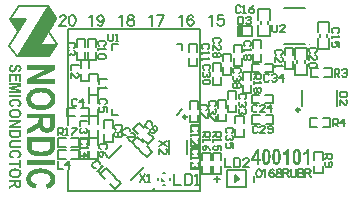
<source format=gto>
%FSLAX24Y24*%
%MOIN*%
G70*
G01*
G75*
G04 Layer_Color=65535*
%ADD10R,0.0197X0.0236*%
%ADD11R,0.0217X0.0236*%
%ADD12R,0.0394X0.0335*%
%ADD13R,0.0236X0.0335*%
%ADD14R,0.0236X0.0217*%
%ADD15R,0.0315X0.0295*%
%ADD16R,0.0335X0.0256*%
%ADD17R,0.0236X0.0197*%
%ADD18R,0.0709X0.0394*%
%ADD19R,0.0177X0.0177*%
G04:AMPARAMS|DCode=20|XSize=47.2mil|YSize=43.3mil|CornerRadius=0mil|HoleSize=0mil|Usage=FLASHONLY|Rotation=45.000|XOffset=0mil|YOffset=0mil|HoleType=Round|Shape=Rectangle|*
%AMROTATEDRECTD20*
4,1,4,-0.0014,-0.0320,-0.0320,-0.0014,0.0014,0.0320,0.0320,0.0014,-0.0014,-0.0320,0.0*
%
%ADD20ROTATEDRECTD20*%

%ADD21R,0.0256X0.0197*%
%ADD22R,0.0197X0.0256*%
%ADD23O,0.0256X0.0079*%
%ADD24O,0.0079X0.0256*%
%ADD25R,0.1850X0.1850*%
%ADD26R,0.0571X0.0217*%
%ADD27R,0.0571X0.0217*%
%ADD28R,0.2560X0.0400*%
%ADD29R,0.2960X0.0600*%
G04:AMPARAMS|DCode=30|XSize=19.7mil|YSize=23.6mil|CornerRadius=0mil|HoleSize=0mil|Usage=FLASHONLY|Rotation=225.000|XOffset=0mil|YOffset=0mil|HoleType=Round|Shape=Rectangle|*
%AMROTATEDRECTD30*
4,1,4,-0.0014,0.0153,0.0153,-0.0014,0.0014,-0.0153,-0.0153,0.0014,-0.0014,0.0153,0.0*
%
%ADD30ROTATEDRECTD30*%

%ADD31C,0.0394*%
%ADD32R,0.0157X0.0197*%
%ADD33C,0.0150*%
%ADD34C,0.0060*%
%ADD35C,0.0050*%
%ADD36C,0.0100*%
%ADD37C,0.0080*%
%ADD38C,0.0070*%
%ADD39C,0.0090*%
%ADD40C,0.0200*%
%ADD41R,0.0680X0.0410*%
%ADD42C,0.0390*%
%ADD43C,0.0197*%
%ADD44C,0.0118*%
%ADD45C,0.0591*%
%ADD46C,0.0709*%
%ADD47C,0.0240*%
%ADD48C,0.0138*%
%ADD49C,0.0310*%
%ADD50R,0.0551X0.0413*%
%ADD51R,0.0472X0.0433*%
%ADD52C,0.0098*%
%ADD53C,0.0039*%
%ADD54C,0.0079*%
%ADD55C,0.0059*%
G36*
X450Y3496D02*
X172Y3436D01*
X450Y3377D01*
Y3275D01*
X43D01*
Y3338D01*
X363D01*
X43Y3404D01*
Y3469D01*
X363Y3534D01*
X43D01*
Y3597D01*
X450D01*
Y3496D01*
D02*
G37*
G36*
Y3659D02*
X381D01*
Y3839D01*
X291D01*
Y3672D01*
X222D01*
Y3839D01*
X112D01*
Y3653D01*
X43D01*
Y3907D01*
X450D01*
Y3659D01*
D02*
G37*
G36*
X252Y3090D02*
X260D01*
X269Y3089D01*
X279Y3088D01*
X290Y3087D01*
X302Y3085D01*
X315Y3083D01*
X328Y3079D01*
X342Y3076D01*
X355Y3071D01*
X369Y3066D01*
X382Y3059D01*
X394Y3052D01*
X406Y3044D01*
X406Y3044D01*
X408Y3042D01*
X410Y3040D01*
X414Y3037D01*
X417Y3032D01*
X422Y3027D01*
X427Y3021D01*
X432Y3015D01*
X436Y3007D01*
X441Y2999D01*
X445Y2990D01*
X449Y2980D01*
X452Y2970D01*
X455Y2959D01*
X456Y2947D01*
X457Y2934D01*
Y2934D01*
Y2932D01*
Y2929D01*
X456Y2925D01*
X456Y2920D01*
X455Y2914D01*
X454Y2908D01*
X452Y2901D01*
X450Y2894D01*
X448Y2887D01*
X445Y2879D01*
X441Y2871D01*
X436Y2863D01*
X431Y2855D01*
X426Y2847D01*
X419Y2840D01*
X418Y2840D01*
X417Y2839D01*
X416Y2838D01*
X414Y2836D01*
X410Y2834D01*
X407Y2831D01*
X403Y2828D01*
X398Y2825D01*
X393Y2822D01*
X387Y2819D01*
X380Y2816D01*
X373Y2812D01*
X365Y2809D01*
X357Y2806D01*
X348Y2803D01*
X338Y2801D01*
X318Y2867D01*
X319D01*
X320Y2868D01*
X322D01*
X324Y2868D01*
X330Y2871D01*
X337Y2873D01*
X345Y2876D01*
X354Y2881D01*
X362Y2887D01*
X369Y2893D01*
X369Y2894D01*
X371Y2897D01*
X374Y2901D01*
X378Y2906D01*
X381Y2913D01*
X384Y2920D01*
X386Y2929D01*
X387Y2938D01*
Y2939D01*
Y2940D01*
Y2942D01*
X386Y2944D01*
X386Y2947D01*
X385Y2951D01*
X383Y2959D01*
X379Y2969D01*
X376Y2974D01*
X373Y2979D01*
X369Y2984D01*
X365Y2989D01*
X360Y2994D01*
X354Y2998D01*
X354D01*
X353Y2999D01*
X351Y3000D01*
X348Y3002D01*
X344Y3004D01*
X340Y3006D01*
X335Y3007D01*
X329Y3010D01*
X322Y3012D01*
X314Y3014D01*
X305Y3016D01*
X296Y3018D01*
X285Y3019D01*
X274Y3020D01*
X262Y3021D01*
X248Y3021D01*
X241D01*
X236Y3021D01*
X229D01*
X222Y3020D01*
X214Y3019D01*
X206Y3019D01*
X188Y3016D01*
X170Y3012D01*
X161Y3009D01*
X153Y3006D01*
X145Y3003D01*
X139Y2999D01*
X138Y2998D01*
X137Y2998D01*
X136Y2997D01*
X134Y2994D01*
X129Y2990D01*
X123Y2983D01*
X117Y2974D01*
X111Y2964D01*
X110Y2959D01*
X108Y2953D01*
X107Y2946D01*
X106Y2940D01*
Y2939D01*
Y2939D01*
X107Y2935D01*
X107Y2931D01*
X109Y2924D01*
X111Y2917D01*
X115Y2909D01*
X120Y2901D01*
X127Y2894D01*
X128Y2893D01*
X131Y2891D01*
X136Y2887D01*
X143Y2883D01*
X152Y2878D01*
X157Y2876D01*
X163Y2874D01*
X170Y2872D01*
X177Y2869D01*
X184Y2867D01*
X192Y2866D01*
X167Y2800D01*
X166D01*
X164Y2801D01*
X160Y2802D01*
X156Y2803D01*
X150Y2805D01*
X144Y2807D01*
X137Y2809D01*
X129Y2813D01*
X113Y2820D01*
X96Y2828D01*
X89Y2834D01*
X81Y2839D01*
X74Y2845D01*
X67Y2852D01*
X67Y2852D01*
X66Y2853D01*
X65Y2855D01*
X63Y2858D01*
X60Y2861D01*
X58Y2866D01*
X54Y2870D01*
X52Y2875D01*
X49Y2882D01*
X46Y2888D01*
X43Y2895D01*
X41Y2903D01*
X39Y2911D01*
X38Y2920D01*
X37Y2929D01*
X36Y2939D01*
Y2939D01*
Y2941D01*
X37Y2945D01*
Y2950D01*
X38Y2955D01*
X39Y2961D01*
X40Y2968D01*
X43Y2976D01*
X45Y2985D01*
X48Y2993D01*
X52Y3002D01*
X57Y3011D01*
X63Y3019D01*
X70Y3028D01*
X77Y3036D01*
X86Y3044D01*
X86Y3045D01*
X89Y3046D01*
X92Y3049D01*
X97Y3051D01*
X103Y3055D01*
X110Y3059D01*
X118Y3063D01*
X127Y3067D01*
X138Y3072D01*
X150Y3076D01*
X163Y3080D01*
X177Y3084D01*
X192Y3086D01*
X208Y3089D01*
X225Y3090D01*
X243Y3091D01*
X247D01*
X252Y3090D01*
D02*
G37*
G36*
X450Y3143D02*
X43D01*
Y3210D01*
X450D01*
Y3143D01*
D02*
G37*
G36*
X1570Y886D02*
X630D01*
Y1041D01*
X1570D01*
Y886D01*
D02*
G37*
G36*
Y1531D02*
Y1530D01*
Y1526D01*
Y1521D01*
Y1514D01*
X1569Y1505D01*
Y1494D01*
X1567Y1470D01*
X1564Y1444D01*
X1560Y1417D01*
X1554Y1391D01*
X1545Y1369D01*
Y1367D01*
X1544Y1366D01*
X1540Y1360D01*
X1535Y1349D01*
X1526Y1335D01*
X1515Y1320D01*
X1501Y1303D01*
X1484Y1285D01*
X1464Y1268D01*
X1461Y1265D01*
X1458Y1262D01*
X1454Y1260D01*
X1441Y1251D01*
X1424Y1241D01*
X1402Y1230D01*
X1377Y1217D01*
X1349Y1205D01*
X1316Y1195D01*
X1315D01*
X1312Y1194D01*
X1308Y1192D01*
X1300Y1191D01*
X1291Y1189D01*
X1280Y1186D01*
X1268Y1184D01*
X1254Y1181D01*
X1239Y1180D01*
X1221Y1177D01*
X1203Y1175D01*
X1182Y1173D01*
X1161Y1171D01*
X1139Y1170D01*
X1090Y1169D01*
X1070D01*
X1059Y1170D01*
X1046D01*
X1032Y1171D01*
X1018Y1173D01*
X984Y1176D01*
X949Y1181D01*
X913Y1187D01*
X878Y1198D01*
X876D01*
X874Y1199D01*
X869Y1200D01*
X862Y1203D01*
X855Y1205D01*
X846Y1209D01*
X826Y1216D01*
X804Y1226D01*
X780Y1239D01*
X756Y1252D01*
X735Y1268D01*
X733Y1269D01*
X726Y1275D01*
X718Y1284D01*
X705Y1295D01*
X693Y1310D01*
X680Y1328D01*
X667Y1347D01*
X656Y1369D01*
Y1370D01*
X655Y1371D01*
X654Y1375D01*
X653Y1380D01*
X650Y1385D01*
X648Y1392D01*
X644Y1410D01*
X639Y1433D01*
X634Y1459D01*
X631Y1489D01*
X630Y1523D01*
Y1814D01*
X1570D01*
Y1531D01*
D02*
G37*
G36*
X183Y4168D02*
X182D01*
X180Y4168D01*
X176Y4167D01*
X171Y4166D01*
X165Y4164D01*
X158Y4162D01*
X151Y4159D01*
X144Y4155D01*
X137Y4151D01*
X130Y4146D01*
X123Y4140D01*
X118Y4133D01*
X112Y4126D01*
X109Y4116D01*
X106Y4107D01*
X105Y4096D01*
Y4095D01*
Y4094D01*
Y4093D01*
Y4091D01*
X106Y4086D01*
X107Y4079D01*
X109Y4071D01*
X112Y4063D01*
X116Y4055D01*
X121Y4048D01*
X122Y4048D01*
X124Y4046D01*
X127Y4043D01*
X132Y4039D01*
X138Y4036D01*
X144Y4033D01*
X152Y4031D01*
X160Y4030D01*
X163D01*
X165Y4031D01*
X169D01*
X177Y4033D01*
X181Y4035D01*
X184Y4037D01*
X185D01*
X186Y4038D01*
X188Y4040D01*
X190Y4041D01*
X192Y4044D01*
X195Y4047D01*
X198Y4051D01*
X200Y4055D01*
X201Y4056D01*
X201Y4058D01*
X203Y4062D01*
X204Y4065D01*
X205Y4068D01*
X206Y4071D01*
X208Y4075D01*
X210Y4081D01*
X212Y4086D01*
X214Y4093D01*
X216Y4100D01*
X218Y4107D01*
X221Y4116D01*
Y4116D01*
X222Y4118D01*
X222Y4120D01*
X223Y4123D01*
X224Y4126D01*
X226Y4131D01*
X230Y4140D01*
X234Y4150D01*
X238Y4160D01*
X244Y4170D01*
X249Y4179D01*
X250Y4180D01*
X252Y4182D01*
X256Y4186D01*
X260Y4190D01*
X266Y4195D01*
X272Y4200D01*
X281Y4206D01*
X289Y4211D01*
X290D01*
X290Y4211D01*
X294Y4212D01*
X298Y4214D01*
X305Y4216D01*
X313Y4218D01*
X322Y4220D01*
X333Y4221D01*
X343Y4222D01*
X348D01*
X351Y4221D01*
X355D01*
X363Y4220D01*
X372Y4218D01*
X382Y4216D01*
X393Y4212D01*
X403Y4207D01*
X403D01*
X404Y4207D01*
X407Y4205D01*
X412Y4201D01*
X418Y4197D01*
X424Y4191D01*
X431Y4184D01*
X437Y4175D01*
X443Y4166D01*
Y4165D01*
X443Y4165D01*
X444Y4163D01*
X445Y4161D01*
X446Y4158D01*
X447Y4155D01*
X450Y4147D01*
X453Y4138D01*
X455Y4126D01*
X456Y4114D01*
X457Y4100D01*
Y4099D01*
Y4097D01*
Y4094D01*
X456Y4090D01*
X456Y4085D01*
X455Y4079D01*
X454Y4073D01*
X453Y4066D01*
X449Y4052D01*
X447Y4043D01*
X443Y4036D01*
X440Y4028D01*
X436Y4021D01*
X430Y4014D01*
X425Y4008D01*
X424Y4007D01*
X423Y4006D01*
X422Y4004D01*
X419Y4002D01*
X416Y4000D01*
X412Y3997D01*
X407Y3994D01*
X402Y3991D01*
X396Y3988D01*
X389Y3984D01*
X381Y3982D01*
X373Y3979D01*
X364Y3976D01*
X355Y3975D01*
X345Y3973D01*
X334Y3973D01*
X330Y4040D01*
X332D01*
X334Y4041D01*
X336Y4041D01*
X341Y4042D01*
X348Y4045D01*
X356Y4047D01*
X363Y4050D01*
X370Y4055D01*
X376Y4060D01*
X376Y4060D01*
X378Y4062D01*
X380Y4066D01*
X382Y4070D01*
X384Y4076D01*
X387Y4083D01*
X388Y4092D01*
X389Y4101D01*
Y4102D01*
Y4102D01*
Y4106D01*
X388Y4111D01*
X387Y4116D01*
X386Y4123D01*
X384Y4131D01*
X381Y4137D01*
X377Y4143D01*
X377Y4144D01*
X375Y4145D01*
X373Y4148D01*
X370Y4150D01*
X366Y4153D01*
X361Y4155D01*
X355Y4157D01*
X349Y4158D01*
X346D01*
X343Y4157D01*
X339Y4156D01*
X335Y4154D01*
X330Y4152D01*
X325Y4149D01*
X321Y4145D01*
X321Y4144D01*
X319Y4142D01*
X317Y4138D01*
X315Y4135D01*
X314Y4132D01*
X312Y4128D01*
X310Y4124D01*
X308Y4119D01*
X305Y4113D01*
X303Y4107D01*
X301Y4100D01*
X298Y4092D01*
X296Y4083D01*
Y4083D01*
X295Y4081D01*
X294Y4079D01*
X293Y4075D01*
X292Y4071D01*
X290Y4066D01*
X287Y4055D01*
X282Y4043D01*
X277Y4031D01*
X271Y4020D01*
X268Y4015D01*
X265Y4010D01*
X264Y4009D01*
X262Y4007D01*
X258Y4003D01*
X254Y3997D01*
X248Y3992D01*
X240Y3986D01*
X232Y3981D01*
X223Y3976D01*
X222D01*
X222Y3975D01*
X220Y3975D01*
X218Y3974D01*
X213Y3972D01*
X205Y3969D01*
X197Y3967D01*
X186Y3966D01*
X174Y3964D01*
X161Y3963D01*
X156D01*
X152Y3964D01*
X148Y3964D01*
X142Y3965D01*
X137Y3966D01*
X130Y3968D01*
X116Y3971D01*
X109Y3974D01*
X101Y3977D01*
X93Y3981D01*
X86Y3986D01*
X79Y3990D01*
X72Y3996D01*
X71Y3997D01*
X70Y3998D01*
X69Y4000D01*
X66Y4002D01*
X64Y4006D01*
X60Y4010D01*
X57Y4015D01*
X54Y4021D01*
X51Y4028D01*
X47Y4035D01*
X44Y4044D01*
X41Y4053D01*
X39Y4063D01*
X38Y4074D01*
X37Y4086D01*
X36Y4098D01*
Y4099D01*
Y4100D01*
Y4101D01*
X37Y4103D01*
Y4106D01*
X37Y4109D01*
X38Y4118D01*
X40Y4127D01*
X44Y4138D01*
X48Y4149D01*
X53Y4161D01*
X61Y4173D01*
X70Y4185D01*
X76Y4191D01*
X82Y4197D01*
X88Y4202D01*
X95Y4207D01*
X103Y4212D01*
X111Y4217D01*
X120Y4220D01*
X130Y4224D01*
X140Y4227D01*
X151Y4230D01*
X163Y4232D01*
X176Y4234D01*
X183Y4168D01*
D02*
G37*
G36*
X1114Y764D02*
X1131D01*
X1151Y761D01*
X1175Y759D01*
X1200Y756D01*
X1229Y751D01*
X1258Y746D01*
X1289Y739D01*
X1320Y730D01*
X1351Y720D01*
X1382Y707D01*
X1412Y693D01*
X1441Y676D01*
X1468Y658D01*
X1469Y656D01*
X1472Y653D01*
X1479Y648D01*
X1486Y640D01*
X1495Y630D01*
X1505Y619D01*
X1516Y605D01*
X1528Y590D01*
X1538Y573D01*
X1549Y554D01*
X1559Y532D01*
X1567Y510D01*
X1575Y486D01*
X1581Y460D01*
X1585Y432D01*
X1586Y404D01*
Y402D01*
Y397D01*
Y391D01*
X1585Y382D01*
X1584Y371D01*
X1581Y358D01*
X1579Y344D01*
X1575Y327D01*
X1570Y311D01*
X1565Y294D01*
X1558Y275D01*
X1549Y258D01*
X1539Y239D01*
X1526Y221D01*
X1514Y203D01*
X1497Y186D01*
X1496Y185D01*
X1495Y184D01*
X1491Y180D01*
X1486Y176D01*
X1479Y171D01*
X1471Y165D01*
X1461Y159D01*
X1450Y151D01*
X1437Y145D01*
X1424Y137D01*
X1409Y130D01*
X1392Y121D01*
X1374Y115D01*
X1355Y108D01*
X1334Y101D01*
X1311Y95D01*
X1266Y249D01*
X1268D01*
X1270Y250D01*
X1274D01*
X1279Y251D01*
X1293Y256D01*
X1309Y261D01*
X1328Y270D01*
X1347Y280D01*
X1366Y294D01*
X1382Y309D01*
X1384Y311D01*
X1389Y316D01*
X1395Y326D01*
X1404Y338D01*
X1411Y354D01*
X1417Y371D01*
X1423Y391D01*
X1424Y413D01*
Y414D01*
Y416D01*
Y421D01*
X1423Y426D01*
X1421Y434D01*
X1420Y443D01*
X1415Y461D01*
X1405Y484D01*
X1400Y495D01*
X1392Y506D01*
X1384Y519D01*
X1374Y530D01*
X1363Y541D01*
X1349Y551D01*
X1347D01*
X1345Y554D01*
X1341Y556D01*
X1335Y560D01*
X1326Y564D01*
X1316Y569D01*
X1305Y573D01*
X1290Y578D01*
X1275Y582D01*
X1256Y587D01*
X1236Y593D01*
X1214Y596D01*
X1190Y600D01*
X1164Y602D01*
X1135Y604D01*
X1104Y605D01*
X1088D01*
X1075Y604D01*
X1060D01*
X1044Y602D01*
X1025Y600D01*
X1006Y599D01*
X964Y593D01*
X922Y582D01*
X903Y576D01*
X884Y570D01*
X866Y561D01*
X851Y553D01*
X850Y551D01*
X847Y550D01*
X844Y547D01*
X840Y542D01*
X828Y531D01*
X814Y516D01*
X800Y496D01*
X787Y472D01*
X784Y460D01*
X780Y446D01*
X777Y431D01*
X776Y416D01*
Y415D01*
Y414D01*
X777Y406D01*
X779Y395D01*
X782Y380D01*
X787Y364D01*
X796Y345D01*
X808Y327D01*
X824Y310D01*
X826Y308D01*
X833Y302D01*
X844Y295D01*
X860Y285D01*
X881Y274D01*
X894Y269D01*
X908Y264D01*
X922Y259D01*
X939Y254D01*
X956Y249D01*
X975Y245D01*
X916Y94D01*
X915D01*
X910Y95D01*
X901Y98D01*
X890Y101D01*
X878Y105D01*
X862Y110D01*
X846Y115D01*
X829Y122D01*
X791Y139D01*
X752Y159D01*
X735Y171D01*
X718Y184D01*
X701Y198D01*
X686Y213D01*
X685Y214D01*
X684Y216D01*
X680Y221D01*
X675Y227D01*
X670Y235D01*
X664Y245D01*
X656Y255D01*
X650Y268D01*
X644Y282D01*
X636Y298D01*
X630Y314D01*
X625Y331D01*
X620Y350D01*
X617Y370D01*
X615Y391D01*
X614Y414D01*
Y415D01*
Y420D01*
X615Y429D01*
Y439D01*
X617Y451D01*
X620Y466D01*
X624Y483D01*
X629Y500D01*
X634Y520D01*
X641Y539D01*
X651Y560D01*
X662Y580D01*
X675Y600D01*
X691Y620D01*
X709Y639D01*
X729Y658D01*
X730Y659D01*
X735Y662D01*
X742Y667D01*
X754Y674D01*
X768Y683D01*
X784Y691D01*
X803Y701D01*
X825Y711D01*
X849Y721D01*
X876Y731D01*
X906Y740D01*
X939Y749D01*
X974Y755D01*
X1010Y760D01*
X1050Y764D01*
X1091Y765D01*
X1101D01*
X1114Y764D01*
D02*
G37*
G36*
X450Y796D02*
X381D01*
Y895D01*
X43D01*
Y962D01*
X381D01*
Y1061D01*
X450D01*
Y796D01*
D02*
G37*
G36*
X252Y1384D02*
X260D01*
X269Y1383D01*
X279Y1382D01*
X290Y1381D01*
X302Y1378D01*
X315Y1376D01*
X328Y1373D01*
X342Y1369D01*
X355Y1365D01*
X369Y1360D01*
X382Y1353D01*
X394Y1346D01*
X406Y1338D01*
X406Y1337D01*
X408Y1336D01*
X410Y1334D01*
X414Y1330D01*
X417Y1326D01*
X422Y1321D01*
X427Y1315D01*
X432Y1309D01*
X436Y1301D01*
X441Y1293D01*
X445Y1284D01*
X449Y1274D01*
X452Y1264D01*
X455Y1252D01*
X456Y1241D01*
X457Y1228D01*
Y1228D01*
Y1225D01*
Y1223D01*
X456Y1219D01*
X456Y1214D01*
X455Y1208D01*
X454Y1202D01*
X452Y1195D01*
X450Y1188D01*
X448Y1180D01*
X445Y1172D01*
X441Y1165D01*
X436Y1157D01*
X431Y1149D01*
X426Y1141D01*
X419Y1134D01*
X418Y1133D01*
X417Y1133D01*
X416Y1131D01*
X414Y1130D01*
X410Y1127D01*
X407Y1125D01*
X403Y1122D01*
X398Y1119D01*
X393Y1116D01*
X387Y1113D01*
X380Y1110D01*
X373Y1106D01*
X365Y1103D01*
X357Y1100D01*
X348Y1097D01*
X338Y1094D01*
X318Y1161D01*
X319D01*
X320Y1162D01*
X322D01*
X324Y1162D01*
X330Y1164D01*
X337Y1166D01*
X345Y1170D01*
X354Y1175D01*
X362Y1180D01*
X369Y1187D01*
X369Y1188D01*
X371Y1190D01*
X374Y1195D01*
X378Y1199D01*
X381Y1206D01*
X384Y1214D01*
X386Y1223D01*
X387Y1232D01*
Y1232D01*
Y1233D01*
Y1236D01*
X386Y1238D01*
X386Y1241D01*
X385Y1245D01*
X383Y1253D01*
X379Y1263D01*
X376Y1268D01*
X373Y1272D01*
X369Y1278D01*
X365Y1283D01*
X360Y1288D01*
X354Y1292D01*
X354D01*
X353Y1293D01*
X351Y1294D01*
X348Y1296D01*
X344Y1297D01*
X340Y1299D01*
X335Y1301D01*
X329Y1303D01*
X322Y1305D01*
X314Y1308D01*
X305Y1310D01*
X296Y1311D01*
X285Y1313D01*
X274Y1314D01*
X262Y1315D01*
X248Y1315D01*
X241D01*
X236Y1315D01*
X229D01*
X222Y1314D01*
X214Y1313D01*
X206Y1312D01*
X188Y1310D01*
X170Y1305D01*
X161Y1303D01*
X153Y1300D01*
X145Y1296D01*
X139Y1292D01*
X138Y1292D01*
X137Y1291D01*
X136Y1290D01*
X134Y1288D01*
X129Y1283D01*
X123Y1277D01*
X117Y1268D01*
X111Y1258D01*
X110Y1252D01*
X108Y1246D01*
X107Y1240D01*
X106Y1233D01*
Y1233D01*
Y1232D01*
X107Y1229D01*
X107Y1224D01*
X109Y1218D01*
X111Y1211D01*
X115Y1203D01*
X120Y1195D01*
X127Y1187D01*
X128Y1186D01*
X131Y1184D01*
X136Y1181D01*
X143Y1177D01*
X152Y1172D01*
X157Y1170D01*
X163Y1167D01*
X170Y1165D01*
X177Y1163D01*
X184Y1161D01*
X192Y1159D01*
X167Y1094D01*
X166D01*
X164Y1094D01*
X160Y1096D01*
X156Y1097D01*
X150Y1099D01*
X144Y1101D01*
X137Y1103D01*
X129Y1106D01*
X113Y1113D01*
X96Y1122D01*
X89Y1127D01*
X81Y1133D01*
X74Y1139D01*
X67Y1145D01*
X67Y1146D01*
X66Y1147D01*
X65Y1149D01*
X63Y1152D01*
X60Y1155D01*
X58Y1159D01*
X54Y1164D01*
X52Y1169D01*
X49Y1176D01*
X46Y1182D01*
X43Y1189D01*
X41Y1197D01*
X39Y1205D01*
X38Y1213D01*
X37Y1223D01*
X36Y1232D01*
Y1233D01*
Y1235D01*
X37Y1239D01*
Y1243D01*
X38Y1249D01*
X39Y1255D01*
X40Y1262D01*
X43Y1270D01*
X45Y1278D01*
X48Y1286D01*
X52Y1296D01*
X57Y1304D01*
X63Y1313D01*
X70Y1322D01*
X77Y1330D01*
X86Y1338D01*
X86Y1338D01*
X89Y1340D01*
X92Y1342D01*
X97Y1345D01*
X103Y1349D01*
X110Y1353D01*
X118Y1357D01*
X127Y1361D01*
X138Y1365D01*
X150Y1370D01*
X163Y1374D01*
X177Y1377D01*
X192Y1380D01*
X208Y1382D01*
X225Y1384D01*
X243Y1384D01*
X247D01*
X252Y1384D01*
D02*
G37*
G36*
X450Y248D02*
Y247D01*
Y246D01*
Y242D01*
Y239D01*
X449Y234D01*
Y229D01*
X448Y218D01*
X447Y205D01*
X445Y192D01*
X442Y180D01*
X441Y175D01*
X439Y170D01*
Y170D01*
X438Y169D01*
X436Y167D01*
X434Y162D01*
X430Y157D01*
X424Y151D01*
X418Y144D01*
X410Y138D01*
X401Y132D01*
X400D01*
X400Y131D01*
X398Y130D01*
X396Y130D01*
X390Y127D01*
X382Y124D01*
X373Y122D01*
X362Y119D01*
X349Y117D01*
X336Y117D01*
X331D01*
X328Y117D01*
X324D01*
X319Y118D01*
X308Y120D01*
X296Y122D01*
X283Y127D01*
X271Y133D01*
X265Y136D01*
X259Y140D01*
X258D01*
X258Y141D01*
X254Y144D01*
X249Y149D01*
X243Y157D01*
X237Y166D01*
X231Y177D01*
X226Y190D01*
X222Y205D01*
X222Y204D01*
X219Y201D01*
X216Y197D01*
X212Y193D01*
X207Y187D01*
X202Y181D01*
X195Y175D01*
X188Y169D01*
X187Y169D01*
X184Y167D01*
X180Y163D01*
X177Y162D01*
X173Y159D01*
X169Y157D01*
X164Y154D01*
X158Y150D01*
X152Y147D01*
X146Y143D01*
X139Y140D01*
X131Y135D01*
X122Y131D01*
X43Y90D01*
Y171D01*
X131Y220D01*
X132Y220D01*
X133Y221D01*
X136Y222D01*
X139Y224D01*
X143Y226D01*
X147Y228D01*
X157Y234D01*
X167Y240D01*
X177Y246D01*
X182Y248D01*
X185Y251D01*
X189Y253D01*
X191Y255D01*
X192Y256D01*
X193Y257D01*
X196Y259D01*
X198Y261D01*
X204Y268D01*
X206Y272D01*
X208Y275D01*
Y276D01*
X209Y278D01*
X210Y280D01*
X211Y283D01*
X211Y288D01*
X212Y294D01*
X213Y301D01*
Y309D01*
Y322D01*
X43D01*
Y390D01*
X450D01*
Y248D01*
D02*
G37*
G36*
X256Y766D02*
X262D01*
X269Y765D01*
X277Y764D01*
X286Y763D01*
X295Y762D01*
X305Y761D01*
X325Y757D01*
X345Y752D01*
X354Y749D01*
X363Y745D01*
X364D01*
X366Y744D01*
X368Y743D01*
X371Y741D01*
X375Y739D01*
X380Y736D01*
X390Y730D01*
X401Y722D01*
X413Y712D01*
X424Y701D01*
X429Y695D01*
X434Y689D01*
X434Y688D01*
X435Y687D01*
X436Y685D01*
X437Y683D01*
X439Y679D01*
X441Y675D01*
X443Y670D01*
X446Y665D01*
X448Y659D01*
X449Y653D01*
X453Y638D01*
X456Y622D01*
X457Y613D01*
Y604D01*
Y603D01*
Y601D01*
X456Y597D01*
X456Y592D01*
X455Y586D01*
X454Y579D01*
X452Y571D01*
X450Y563D01*
X447Y554D01*
X443Y544D01*
X439Y535D01*
X434Y525D01*
X427Y516D01*
X420Y506D01*
X412Y497D01*
X402Y488D01*
X401Y487D01*
X399Y486D01*
X396Y484D01*
X391Y481D01*
X386Y477D01*
X379Y473D01*
X371Y470D01*
X362Y465D01*
X351Y461D01*
X340Y457D01*
X327Y453D01*
X313Y450D01*
X298Y447D01*
X282Y445D01*
X265Y443D01*
X247Y443D01*
X242D01*
X237Y443D01*
X230D01*
X221Y444D01*
X211Y445D01*
X200Y446D01*
X188Y448D01*
X176Y451D01*
X163Y454D01*
X149Y458D01*
X136Y463D01*
X123Y468D01*
X110Y475D01*
X98Y482D01*
X86Y491D01*
X86Y491D01*
X84Y493D01*
X82Y495D01*
X79Y498D01*
X74Y503D01*
X71Y507D01*
X66Y513D01*
X61Y520D01*
X57Y528D01*
X52Y537D01*
X48Y546D01*
X44Y556D01*
X41Y567D01*
X38Y579D01*
X37Y591D01*
X36Y604D01*
Y605D01*
Y608D01*
X37Y611D01*
Y616D01*
X38Y622D01*
X39Y629D01*
X40Y637D01*
X43Y646D01*
X45Y655D01*
X48Y664D01*
X52Y674D01*
X57Y683D01*
X63Y692D01*
X70Y702D01*
X77Y710D01*
X86Y718D01*
X86Y719D01*
X89Y721D01*
X92Y723D01*
X97Y726D01*
X102Y729D01*
X110Y734D01*
X118Y738D01*
X127Y742D01*
X138Y747D01*
X150Y751D01*
X163Y755D01*
X177Y758D01*
X192Y762D01*
X208Y764D01*
X225Y766D01*
X244Y766D01*
X251D01*
X256Y766D01*
D02*
G37*
G36*
X450Y2314D02*
X178Y2178D01*
X450D01*
Y2115D01*
X43D01*
Y2183D01*
X308Y2317D01*
X43D01*
Y2379D01*
X450D01*
Y2314D01*
D02*
G37*
G36*
X256Y2756D02*
X262D01*
X269Y2756D01*
X277Y2755D01*
X286Y2754D01*
X295Y2753D01*
X305Y2752D01*
X325Y2748D01*
X345Y2743D01*
X354Y2740D01*
X363Y2736D01*
X364D01*
X366Y2735D01*
X368Y2734D01*
X371Y2732D01*
X375Y2730D01*
X380Y2727D01*
X390Y2721D01*
X401Y2713D01*
X413Y2703D01*
X424Y2692D01*
X429Y2686D01*
X434Y2680D01*
X434Y2679D01*
X435Y2678D01*
X436Y2676D01*
X437Y2674D01*
X439Y2670D01*
X441Y2666D01*
X443Y2661D01*
X446Y2656D01*
X448Y2650D01*
X449Y2644D01*
X453Y2629D01*
X456Y2613D01*
X457Y2604D01*
Y2595D01*
Y2594D01*
Y2592D01*
X456Y2588D01*
X456Y2583D01*
X455Y2577D01*
X454Y2570D01*
X452Y2562D01*
X450Y2554D01*
X447Y2545D01*
X443Y2535D01*
X439Y2526D01*
X434Y2516D01*
X427Y2506D01*
X420Y2497D01*
X412Y2488D01*
X402Y2479D01*
X401Y2478D01*
X399Y2477D01*
X396Y2475D01*
X391Y2472D01*
X386Y2468D01*
X379Y2464D01*
X371Y2460D01*
X362Y2456D01*
X351Y2452D01*
X340Y2448D01*
X327Y2444D01*
X313Y2440D01*
X298Y2438D01*
X282Y2436D01*
X265Y2434D01*
X247Y2433D01*
X242D01*
X237Y2434D01*
X230D01*
X221Y2435D01*
X211Y2436D01*
X200Y2437D01*
X188Y2439D01*
X176Y2442D01*
X163Y2445D01*
X149Y2449D01*
X136Y2454D01*
X123Y2459D01*
X110Y2466D01*
X98Y2473D01*
X86Y2482D01*
X86Y2482D01*
X84Y2484D01*
X82Y2486D01*
X79Y2489D01*
X74Y2493D01*
X71Y2498D01*
X66Y2504D01*
X61Y2511D01*
X57Y2519D01*
X52Y2528D01*
X48Y2537D01*
X44Y2547D01*
X41Y2558D01*
X38Y2570D01*
X37Y2582D01*
X36Y2595D01*
Y2596D01*
Y2598D01*
X37Y2602D01*
Y2607D01*
X38Y2613D01*
X39Y2620D01*
X40Y2628D01*
X43Y2637D01*
X45Y2645D01*
X48Y2655D01*
X52Y2664D01*
X57Y2674D01*
X63Y2683D01*
X70Y2693D01*
X77Y2701D01*
X86Y2709D01*
X86Y2710D01*
X89Y2711D01*
X92Y2714D01*
X97Y2717D01*
X102Y2720D01*
X110Y2724D01*
X118Y2729D01*
X127Y2733D01*
X138Y2737D01*
X150Y2742D01*
X163Y2746D01*
X177Y2749D01*
X192Y2753D01*
X208Y2755D01*
X225Y2756D01*
X244Y2757D01*
X251D01*
X256Y2756D01*
D02*
G37*
G36*
X450Y1642D02*
X212D01*
X202Y1641D01*
X190D01*
X179Y1641D01*
X175D01*
X170Y1640D01*
X166D01*
X163Y1640D01*
X162D01*
X158Y1639D01*
X153Y1638D01*
X148Y1635D01*
X140Y1633D01*
X133Y1629D01*
X127Y1625D01*
X121Y1619D01*
X120Y1618D01*
X119Y1615D01*
X116Y1612D01*
X114Y1607D01*
X111Y1600D01*
X109Y1592D01*
X107Y1584D01*
X106Y1574D01*
Y1573D01*
Y1573D01*
Y1570D01*
X107Y1566D01*
X107Y1560D01*
X109Y1554D01*
X111Y1547D01*
X113Y1541D01*
X117Y1535D01*
X117Y1535D01*
X119Y1533D01*
X121Y1530D01*
X124Y1527D01*
X128Y1524D01*
X133Y1521D01*
X139Y1517D01*
X145Y1515D01*
X146Y1515D01*
X148D01*
X149Y1514D01*
X151Y1514D01*
X155Y1513D01*
X158Y1513D01*
X162Y1512D01*
X167Y1512D01*
X173Y1511D01*
X179D01*
X186Y1510D01*
X195Y1510D01*
X204Y1509D01*
X450D01*
Y1442D01*
X216D01*
X208Y1443D01*
X199D01*
X190Y1443D01*
X171Y1444D01*
X151Y1446D01*
X142Y1447D01*
X133Y1448D01*
X125Y1450D01*
X117Y1452D01*
X117D01*
X116Y1452D01*
X114Y1453D01*
X111Y1453D01*
X108Y1454D01*
X105Y1456D01*
X96Y1460D01*
X87Y1465D01*
X77Y1472D01*
X67Y1480D01*
X58Y1491D01*
Y1492D01*
X57Y1493D01*
X56Y1494D01*
X55Y1496D01*
X53Y1500D01*
X51Y1503D01*
X49Y1508D01*
X47Y1513D01*
X45Y1518D01*
X43Y1524D01*
X41Y1531D01*
X39Y1538D01*
X37Y1554D01*
X36Y1572D01*
Y1573D01*
Y1574D01*
Y1577D01*
X37Y1581D01*
Y1585D01*
X37Y1590D01*
X38Y1596D01*
X38Y1602D01*
X40Y1615D01*
X44Y1628D01*
X49Y1642D01*
X54Y1654D01*
Y1654D01*
X56Y1655D01*
X57Y1657D01*
X58Y1659D01*
X62Y1664D01*
X68Y1670D01*
X76Y1677D01*
X85Y1684D01*
X95Y1691D01*
X107Y1696D01*
X107D01*
X109Y1697D01*
X111Y1697D01*
X114Y1698D01*
X118Y1699D01*
X123Y1700D01*
X129Y1701D01*
X136Y1703D01*
X143Y1704D01*
X152Y1705D01*
X163Y1706D01*
X174Y1707D01*
X187Y1708D01*
X201Y1708D01*
X216Y1709D01*
X450D01*
Y1642D01*
D02*
G37*
G36*
Y1923D02*
Y1922D01*
Y1921D01*
Y1918D01*
Y1915D01*
X449Y1911D01*
Y1906D01*
X449Y1896D01*
X447Y1885D01*
X446Y1873D01*
X443Y1862D01*
X439Y1852D01*
Y1852D01*
X439Y1851D01*
X437Y1849D01*
X435Y1844D01*
X431Y1838D01*
X426Y1831D01*
X420Y1824D01*
X413Y1816D01*
X404Y1809D01*
X403Y1807D01*
X401Y1806D01*
X400Y1805D01*
X394Y1802D01*
X387Y1797D01*
X377Y1792D01*
X367Y1787D01*
X354Y1782D01*
X340Y1777D01*
X340D01*
X338Y1777D01*
X336Y1776D01*
X333Y1776D01*
X329Y1774D01*
X324Y1773D01*
X319Y1772D01*
X313Y1771D01*
X307Y1771D01*
X299Y1770D01*
X291Y1769D01*
X282Y1767D01*
X273Y1767D01*
X263Y1766D01*
X242Y1766D01*
X234D01*
X229Y1766D01*
X223D01*
X217Y1767D01*
X211Y1767D01*
X196Y1769D01*
X181Y1771D01*
X165Y1774D01*
X150Y1778D01*
X150D01*
X149Y1779D01*
X146Y1779D01*
X144Y1780D01*
X140Y1782D01*
X137Y1783D01*
X128Y1786D01*
X118Y1791D01*
X108Y1796D01*
X98Y1802D01*
X89Y1809D01*
X87Y1809D01*
X85Y1812D01*
X81Y1816D01*
X76Y1820D01*
X70Y1827D01*
X65Y1835D01*
X59Y1843D01*
X54Y1852D01*
Y1853D01*
X54Y1853D01*
X53Y1855D01*
X53Y1857D01*
X52Y1859D01*
X51Y1863D01*
X49Y1870D01*
X47Y1880D01*
X45Y1891D01*
X44Y1904D01*
X43Y1919D01*
Y2045D01*
X450D01*
Y1923D01*
D02*
G37*
G36*
X1570Y2261D02*
Y2260D01*
Y2256D01*
Y2249D01*
Y2241D01*
X1569Y2230D01*
Y2219D01*
X1566Y2192D01*
X1564Y2163D01*
X1559Y2132D01*
X1552Y2105D01*
X1549Y2094D01*
X1544Y2083D01*
Y2081D01*
X1542Y2080D01*
X1539Y2074D01*
X1532Y2064D01*
X1524Y2051D01*
X1511Y2037D01*
X1496Y2023D01*
X1478Y2007D01*
X1456Y1994D01*
X1455D01*
X1454Y1992D01*
X1450Y1990D01*
X1445Y1989D01*
X1433Y1982D01*
X1414Y1976D01*
X1392Y1970D01*
X1366Y1964D01*
X1338Y1960D01*
X1306Y1959D01*
X1296D01*
X1287Y1960D01*
X1279D01*
X1268Y1961D01*
X1243Y1965D01*
X1215Y1971D01*
X1185Y1981D01*
X1156Y1995D01*
X1142Y2002D01*
X1129Y2013D01*
X1128D01*
X1126Y2015D01*
X1117Y2023D01*
X1106Y2034D01*
X1093Y2051D01*
X1079Y2072D01*
X1065Y2097D01*
X1053Y2128D01*
X1044Y2163D01*
X1042Y2160D01*
X1037Y2154D01*
X1030Y2145D01*
X1021Y2134D01*
X1009Y2120D01*
X996Y2106D01*
X981Y2093D01*
X965Y2080D01*
X962Y2079D01*
X956Y2074D01*
X946Y2066D01*
X939Y2062D01*
X930Y2056D01*
X920Y2051D01*
X909Y2044D01*
X896Y2036D01*
X882Y2029D01*
X868Y2020D01*
X851Y2011D01*
X833Y2001D01*
X812Y1991D01*
X630Y1898D01*
Y2085D01*
X834Y2196D01*
X835Y2198D01*
X839Y2199D01*
X844Y2202D01*
X851Y2206D01*
X860Y2211D01*
X870Y2216D01*
X892Y2229D01*
X916Y2243D01*
X939Y2256D01*
X950Y2262D01*
X959Y2269D01*
X966Y2274D01*
X972Y2279D01*
X974Y2280D01*
X978Y2282D01*
X983Y2286D01*
X989Y2292D01*
X1001Y2307D01*
X1006Y2316D01*
X1011Y2325D01*
Y2326D01*
X1013Y2330D01*
X1015Y2335D01*
X1018Y2344D01*
X1019Y2354D01*
X1021Y2368D01*
X1023Y2384D01*
Y2403D01*
Y2434D01*
X630D01*
Y2589D01*
X1570D01*
Y2261D01*
D02*
G37*
G36*
X9366Y890D02*
X9283D01*
Y1275D01*
X9282Y1274D01*
X9280Y1273D01*
X9278Y1270D01*
X9274Y1267D01*
X9270Y1262D01*
X9264Y1257D01*
X9258Y1252D01*
X9251Y1245D01*
X9244Y1239D01*
X9235Y1233D01*
X9217Y1220D01*
X9196Y1208D01*
X9174Y1198D01*
Y1291D01*
X9175D01*
X9176Y1291D01*
X9178Y1292D01*
X9181Y1294D01*
X9187Y1297D01*
X9196Y1302D01*
X9207Y1308D01*
X9220Y1318D01*
X9232Y1328D01*
X9246Y1340D01*
X9247Y1341D01*
X9248Y1342D01*
X9250Y1344D01*
X9253Y1347D01*
X9259Y1354D01*
X9267Y1364D01*
X9275Y1376D01*
X9284Y1391D01*
X9292Y1407D01*
X9298Y1424D01*
X9366D01*
Y890D01*
D02*
G37*
G36*
X8380Y1087D02*
X8434D01*
Y997D01*
X8380D01*
Y890D01*
X8299D01*
Y997D01*
X8120D01*
Y1086D01*
X8309Y1424D01*
X8380D01*
Y1087D01*
D02*
G37*
G36*
X9638Y1423D02*
X9642D01*
X9648Y1422D01*
X9654Y1420D01*
X9661Y1419D01*
X9668Y1416D01*
X9676Y1413D01*
X9685Y1409D01*
X9693Y1404D01*
X9702Y1398D01*
X9710Y1391D01*
X9719Y1383D01*
X9726Y1374D01*
X9734Y1363D01*
X9735Y1362D01*
X9736Y1360D01*
X9738Y1357D01*
X9741Y1351D01*
X9743Y1345D01*
X9747Y1336D01*
X9751Y1326D01*
X9754Y1314D01*
X9758Y1301D01*
X9761Y1285D01*
X9765Y1268D01*
X9768Y1248D01*
X9770Y1228D01*
X9772Y1204D01*
X9773Y1179D01*
X9774Y1152D01*
Y1151D01*
Y1151D01*
Y1148D01*
Y1146D01*
Y1138D01*
X9773Y1127D01*
X9772Y1115D01*
X9772Y1101D01*
X9770Y1085D01*
X9769Y1069D01*
X9764Y1034D01*
X9761Y1017D01*
X9757Y999D01*
X9753Y983D01*
X9748Y967D01*
X9741Y953D01*
X9734Y941D01*
X9734Y940D01*
X9732Y938D01*
X9730Y935D01*
X9727Y932D01*
X9724Y927D01*
X9719Y922D01*
X9713Y916D01*
X9707Y911D01*
X9700Y906D01*
X9692Y900D01*
X9675Y890D01*
X9665Y886D01*
X9655Y884D01*
X9644Y882D01*
X9632Y881D01*
X9629D01*
X9626Y882D01*
X9622D01*
X9616Y883D01*
X9610Y884D01*
X9603Y886D01*
X9595Y889D01*
X9588Y891D01*
X9579Y896D01*
X9571Y900D01*
X9562Y906D01*
X9554Y913D01*
X9545Y920D01*
X9537Y930D01*
X9530Y940D01*
X9529Y941D01*
X9528Y943D01*
X9526Y947D01*
X9523Y952D01*
X9520Y959D01*
X9518Y967D01*
X9514Y978D01*
X9511Y989D01*
X9506Y1003D01*
X9503Y1019D01*
X9500Y1036D01*
X9497Y1055D01*
X9494Y1077D01*
X9492Y1100D01*
X9491Y1125D01*
X9491Y1153D01*
Y1153D01*
Y1154D01*
Y1156D01*
Y1159D01*
Y1167D01*
X9491Y1177D01*
X9492Y1189D01*
X9493Y1204D01*
X9494Y1219D01*
X9496Y1235D01*
X9500Y1270D01*
X9507Y1305D01*
X9512Y1321D01*
X9517Y1337D01*
X9523Y1351D01*
X9530Y1363D01*
X9530Y1364D01*
X9532Y1366D01*
X9534Y1369D01*
X9537Y1372D01*
X9541Y1377D01*
X9545Y1382D01*
X9551Y1388D01*
X9557Y1393D01*
X9564Y1399D01*
X9571Y1405D01*
X9580Y1410D01*
X9589Y1415D01*
X9599Y1418D01*
X9609Y1421D01*
X9620Y1423D01*
X9632Y1424D01*
X9634D01*
X9638Y1423D01*
D02*
G37*
G36*
X7693Y428D02*
X7583Y318D01*
Y538D01*
X7693Y428D01*
D02*
G37*
G36*
X5257Y312D02*
X5102D01*
Y467D01*
X5257Y312D01*
D02*
G37*
G36*
X10044Y890D02*
X9961D01*
Y1275D01*
X9960Y1274D01*
X9959Y1273D01*
X9956Y1270D01*
X9952Y1267D01*
X9948Y1262D01*
X9942Y1257D01*
X9937Y1252D01*
X9930Y1245D01*
X9922Y1239D01*
X9913Y1233D01*
X9895Y1220D01*
X9874Y1208D01*
X9852Y1198D01*
Y1291D01*
X9853D01*
X9854Y1291D01*
X9856Y1292D01*
X9859Y1294D01*
X9865Y1297D01*
X9874Y1302D01*
X9885Y1308D01*
X9898Y1318D01*
X9911Y1328D01*
X9925Y1340D01*
X9925Y1341D01*
X9926Y1342D01*
X9928Y1344D01*
X9931Y1347D01*
X9937Y1354D01*
X9945Y1364D01*
X9954Y1376D01*
X9962Y1391D01*
X9970Y1407D01*
X9976Y1424D01*
X10044D01*
Y890D01*
D02*
G37*
G36*
X8960Y1423D02*
X8964D01*
X8970Y1422D01*
X8975Y1420D01*
X8982Y1419D01*
X8990Y1416D01*
X8998Y1413D01*
X9006Y1409D01*
X9015Y1404D01*
X9023Y1398D01*
X9032Y1391D01*
X9040Y1383D01*
X9048Y1374D01*
X9056Y1363D01*
X9057Y1362D01*
X9057Y1360D01*
X9060Y1357D01*
X9062Y1351D01*
X9065Y1345D01*
X9069Y1336D01*
X9072Y1326D01*
X9076Y1314D01*
X9079Y1301D01*
X9083Y1285D01*
X9086Y1268D01*
X9089Y1248D01*
X9092Y1228D01*
X9094Y1204D01*
X9095Y1179D01*
X9096Y1152D01*
Y1151D01*
Y1151D01*
Y1148D01*
Y1146D01*
Y1138D01*
X9095Y1127D01*
X9094Y1115D01*
X9093Y1101D01*
X9092Y1085D01*
X9091Y1069D01*
X9086Y1034D01*
X9083Y1017D01*
X9079Y999D01*
X9074Y983D01*
X9069Y967D01*
X9063Y953D01*
X9056Y941D01*
X9055Y940D01*
X9054Y938D01*
X9052Y935D01*
X9049Y932D01*
X9045Y927D01*
X9040Y922D01*
X9035Y916D01*
X9028Y911D01*
X9022Y906D01*
X9014Y900D01*
X8996Y890D01*
X8987Y886D01*
X8977Y884D01*
X8965Y882D01*
X8954Y881D01*
X8951D01*
X8948Y882D01*
X8943D01*
X8938Y883D01*
X8932Y884D01*
X8925Y886D01*
X8917Y889D01*
X8909Y891D01*
X8901Y896D01*
X8892Y900D01*
X8884Y906D01*
X8875Y913D01*
X8867Y920D01*
X8859Y930D01*
X8851Y940D01*
X8851Y941D01*
X8850Y943D01*
X8848Y947D01*
X8845Y952D01*
X8842Y959D01*
X8839Y967D01*
X8836Y978D01*
X8832Y989D01*
X8828Y1003D01*
X8824Y1019D01*
X8822Y1036D01*
X8819Y1055D01*
X8816Y1077D01*
X8814Y1100D01*
X8813Y1125D01*
X8812Y1153D01*
Y1153D01*
Y1154D01*
Y1156D01*
Y1159D01*
Y1167D01*
X8813Y1177D01*
X8814Y1189D01*
X8815Y1204D01*
X8816Y1219D01*
X8817Y1235D01*
X8822Y1270D01*
X8829Y1305D01*
X8834Y1321D01*
X8839Y1337D01*
X8844Y1351D01*
X8851Y1363D01*
X8852Y1364D01*
X8853Y1366D01*
X8856Y1369D01*
X8858Y1372D01*
X8863Y1377D01*
X8867Y1382D01*
X8873Y1388D01*
X8879Y1393D01*
X8886Y1399D01*
X8893Y1405D01*
X8902Y1410D01*
X8911Y1415D01*
X8921Y1418D01*
X8931Y1421D01*
X8942Y1423D01*
X8953Y1424D01*
X8956D01*
X8960Y1423D01*
D02*
G37*
G36*
X1121Y3458D02*
X1136D01*
X1152Y3456D01*
X1171Y3455D01*
X1191Y3453D01*
X1213Y3450D01*
X1235Y3446D01*
X1281Y3439D01*
X1328Y3426D01*
X1349Y3419D01*
X1370Y3410D01*
X1371D01*
X1375Y3408D01*
X1380Y3405D01*
X1388Y3401D01*
X1398Y3396D01*
X1408Y3390D01*
X1431Y3375D01*
X1458Y3356D01*
X1485Y3334D01*
X1510Y3309D01*
X1521Y3295D01*
X1532Y3280D01*
X1534Y3279D01*
X1535Y3276D01*
X1538Y3271D01*
X1541Y3266D01*
X1545Y3257D01*
X1550Y3249D01*
X1555Y3237D01*
X1560Y3225D01*
X1565Y3212D01*
X1569Y3198D01*
X1577Y3164D01*
X1584Y3126D01*
X1586Y3106D01*
Y3085D01*
Y3083D01*
Y3077D01*
X1585Y3069D01*
X1584Y3058D01*
X1583Y3044D01*
X1580Y3027D01*
X1575Y3009D01*
X1570Y2990D01*
X1564Y2969D01*
X1555Y2946D01*
X1545Y2925D01*
X1532Y2903D01*
X1517Y2880D01*
X1501Y2858D01*
X1481Y2836D01*
X1459Y2816D01*
X1458Y2815D01*
X1452Y2811D01*
X1445Y2806D01*
X1435Y2800D01*
X1423Y2791D01*
X1406Y2783D01*
X1388Y2774D01*
X1366Y2764D01*
X1343Y2754D01*
X1316Y2745D01*
X1286Y2735D01*
X1254Y2727D01*
X1220Y2721D01*
X1182Y2716D01*
X1142Y2713D01*
X1100Y2711D01*
X1090D01*
X1077Y2713D01*
X1061D01*
X1041Y2715D01*
X1019Y2718D01*
X993Y2720D01*
X965Y2725D01*
X936Y2731D01*
X906Y2739D01*
X875Y2747D01*
X844Y2759D01*
X814Y2771D01*
X784Y2786D01*
X756Y2803D01*
X730Y2822D01*
X729Y2824D01*
X725Y2828D01*
X719Y2833D01*
X712Y2840D01*
X702Y2850D01*
X694Y2861D01*
X683Y2875D01*
X672Y2891D01*
X661Y2909D01*
X650Y2929D01*
X641Y2950D01*
X632Y2974D01*
X625Y2999D01*
X619Y3026D01*
X615Y3055D01*
X614Y3085D01*
Y3086D01*
Y3092D01*
X615Y3101D01*
Y3113D01*
X617Y3126D01*
X620Y3142D01*
X624Y3161D01*
X629Y3181D01*
X634Y3201D01*
X641Y3223D01*
X651Y3245D01*
X662Y3268D01*
X675Y3289D01*
X691Y3310D01*
X709Y3330D01*
X729Y3349D01*
X730Y3350D01*
X735Y3354D01*
X742Y3359D01*
X754Y3366D01*
X766Y3374D01*
X784Y3384D01*
X803Y3394D01*
X825Y3404D01*
X849Y3414D01*
X876Y3424D01*
X906Y3434D01*
X939Y3441D01*
X974Y3449D01*
X1011Y3454D01*
X1051Y3458D01*
X1094Y3459D01*
X1110D01*
X1121Y3458D01*
D02*
G37*
G36*
X1570Y4049D02*
X941Y3734D01*
X1570D01*
Y3589D01*
X630D01*
Y3746D01*
X1243Y4055D01*
X630D01*
Y4200D01*
X1570D01*
Y4049D01*
D02*
G37*
G36*
X8621Y1423D02*
X8625D01*
X8630Y1422D01*
X8636Y1420D01*
X8643Y1419D01*
X8651Y1416D01*
X8659Y1413D01*
X8667Y1409D01*
X8676Y1404D01*
X8684Y1398D01*
X8693Y1391D01*
X8701Y1383D01*
X8709Y1374D01*
X8717Y1363D01*
X8718Y1362D01*
X8718Y1360D01*
X8720Y1357D01*
X8723Y1351D01*
X8726Y1345D01*
X8730Y1336D01*
X8733Y1326D01*
X8737Y1314D01*
X8740Y1301D01*
X8744Y1285D01*
X8747Y1268D01*
X8750Y1248D01*
X8753Y1228D01*
X8755Y1204D01*
X8756Y1179D01*
X8756Y1152D01*
Y1151D01*
Y1151D01*
Y1148D01*
Y1146D01*
Y1138D01*
X8756Y1127D01*
X8755Y1115D01*
X8754Y1101D01*
X8753Y1085D01*
X8752Y1069D01*
X8747Y1034D01*
X8744Y1017D01*
X8740Y999D01*
X8735Y983D01*
X8730Y967D01*
X8724Y953D01*
X8717Y941D01*
X8716Y940D01*
X8715Y938D01*
X8713Y935D01*
X8710Y932D01*
X8706Y927D01*
X8701Y922D01*
X8696Y916D01*
X8689Y911D01*
X8683Y906D01*
X8675Y900D01*
X8657Y890D01*
X8647Y886D01*
X8638Y884D01*
X8626Y882D01*
X8615Y881D01*
X8612D01*
X8609Y882D01*
X8604D01*
X8599Y883D01*
X8593Y884D01*
X8586Y886D01*
X8578Y889D01*
X8570Y891D01*
X8562Y896D01*
X8553Y900D01*
X8545Y906D01*
X8536Y913D01*
X8528Y920D01*
X8520Y930D01*
X8512Y940D01*
X8512Y941D01*
X8511Y943D01*
X8509Y947D01*
X8506Y952D01*
X8503Y959D01*
X8500Y967D01*
X8497Y978D01*
X8493Y989D01*
X8489Y1003D01*
X8485Y1019D01*
X8482Y1036D01*
X8480Y1055D01*
X8477Y1077D01*
X8475Y1100D01*
X8474Y1125D01*
X8473Y1153D01*
Y1153D01*
Y1154D01*
Y1156D01*
Y1159D01*
Y1167D01*
X8474Y1177D01*
X8475Y1189D01*
X8475Y1204D01*
X8477Y1219D01*
X8478Y1235D01*
X8482Y1270D01*
X8490Y1305D01*
X8495Y1321D01*
X8499Y1337D01*
X8505Y1351D01*
X8512Y1363D01*
X8513Y1364D01*
X8514Y1366D01*
X8516Y1369D01*
X8519Y1372D01*
X8524Y1377D01*
X8528Y1382D01*
X8533Y1388D01*
X8540Y1393D01*
X8547Y1399D01*
X8554Y1405D01*
X8562Y1410D01*
X8572Y1415D01*
X8582Y1418D01*
X8592Y1421D01*
X8603Y1423D01*
X8614Y1424D01*
X8617D01*
X8621Y1423D01*
D02*
G37*
%LPC*%
G36*
X247Y697D02*
X240D01*
X235Y696D01*
X229Y696D01*
X222Y695D01*
X215Y695D01*
X207Y694D01*
X190Y690D01*
X172Y685D01*
X164Y683D01*
X156Y679D01*
X148Y675D01*
X141Y670D01*
X140Y670D01*
X139Y669D01*
X138Y668D01*
X136Y665D01*
X133Y663D01*
X130Y660D01*
X124Y652D01*
X117Y643D01*
X112Y631D01*
X110Y625D01*
X108Y618D01*
X107Y611D01*
X106Y604D01*
Y604D01*
Y603D01*
Y600D01*
X107Y598D01*
X107Y594D01*
X108Y590D01*
X111Y581D01*
X115Y571D01*
X118Y565D01*
X121Y559D01*
X125Y554D01*
X130Y549D01*
X135Y543D01*
X141Y538D01*
X142Y538D01*
X143Y537D01*
X145Y536D01*
X148Y534D01*
X151Y532D01*
X156Y530D01*
X161Y527D01*
X168Y525D01*
X175Y523D01*
X182Y520D01*
X191Y518D01*
X201Y516D01*
X211Y514D01*
X223Y513D01*
X235Y512D01*
X248Y512D01*
X255D01*
X259Y512D01*
X265D01*
X272Y513D01*
X280Y514D01*
X288Y515D01*
X304Y518D01*
X322Y523D01*
X338Y529D01*
X346Y533D01*
X353Y538D01*
X353Y538D01*
X354Y539D01*
X356Y540D01*
X358Y542D01*
X363Y548D01*
X370Y556D01*
X376Y565D01*
X381Y577D01*
X383Y583D01*
X385Y590D01*
X386Y597D01*
X387Y604D01*
Y605D01*
Y606D01*
Y608D01*
X386Y611D01*
X386Y615D01*
X385Y619D01*
X382Y628D01*
X378Y639D01*
X375Y644D01*
X372Y650D01*
X368Y656D01*
X363Y661D01*
X358Y667D01*
X352Y671D01*
X351D01*
X350Y672D01*
X348Y674D01*
X346Y675D01*
X342Y677D01*
X337Y679D01*
X332Y682D01*
X326Y684D01*
X319Y687D01*
X311Y689D01*
X303Y691D01*
X293Y693D01*
X283Y695D01*
X271Y696D01*
X259Y696D01*
X247Y697D01*
D02*
G37*
G36*
X8299Y1268D02*
X8199Y1087D01*
X8299D01*
Y1268D01*
D02*
G37*
G36*
X1411Y2434D02*
X1173D01*
Y2319D01*
Y2317D01*
Y2314D01*
Y2309D01*
Y2301D01*
Y2294D01*
Y2284D01*
X1174Y2262D01*
X1175Y2239D01*
X1176Y2218D01*
X1177Y2206D01*
X1179Y2198D01*
X1180Y2190D01*
X1181Y2184D01*
Y2183D01*
X1182Y2179D01*
X1185Y2174D01*
X1189Y2167D01*
X1194Y2160D01*
X1201Y2153D01*
X1209Y2145D01*
X1219Y2138D01*
X1220Y2136D01*
X1224Y2135D01*
X1230Y2131D01*
X1239Y2128D01*
X1250Y2125D01*
X1262Y2121D01*
X1277Y2120D01*
X1294Y2119D01*
X1301D01*
X1310Y2120D01*
X1320Y2121D01*
X1331Y2124D01*
X1344Y2126D01*
X1355Y2131D01*
X1366Y2138D01*
X1367Y2139D01*
X1371Y2141D01*
X1375Y2145D01*
X1381Y2150D01*
X1388Y2157D01*
X1394Y2165D01*
X1399Y2175D01*
X1404Y2186D01*
Y2188D01*
X1405Y2191D01*
X1406Y2199D01*
X1408Y2210D01*
X1409Y2218D01*
Y2226D01*
X1410Y2236D01*
Y2249D01*
Y2261D01*
X1411Y2278D01*
Y2294D01*
Y2313D01*
Y2434D01*
D02*
G37*
G36*
Y1659D02*
X789D01*
Y1542D01*
Y1541D01*
Y1539D01*
Y1535D01*
Y1530D01*
X790Y1517D01*
Y1501D01*
X793Y1482D01*
X795Y1465D01*
X798Y1447D01*
X803Y1434D01*
X804Y1433D01*
X805Y1427D01*
X809Y1423D01*
X812Y1414D01*
X819Y1405D01*
X826Y1396D01*
X835Y1388D01*
X845Y1379D01*
X846Y1377D01*
X850Y1375D01*
X857Y1371D01*
X868Y1366D01*
X880Y1361D01*
X895Y1355D01*
X914Y1349D01*
X935Y1344D01*
X936D01*
X938Y1343D01*
X941D01*
X946Y1341D01*
X953Y1340D01*
X960Y1339D01*
X979Y1336D01*
X1001Y1334D01*
X1030Y1331D01*
X1061Y1329D01*
X1124D01*
X1134Y1330D01*
X1157D01*
X1182Y1332D01*
X1210Y1335D01*
X1238Y1339D01*
X1261Y1344D01*
X1262D01*
X1264Y1345D01*
X1271Y1346D01*
X1283Y1350D01*
X1296Y1355D01*
X1311Y1361D01*
X1328Y1369D01*
X1343Y1379D01*
X1356Y1389D01*
X1357Y1390D01*
X1363Y1394D01*
X1367Y1400D01*
X1375Y1409D01*
X1382Y1420D01*
X1390Y1433D01*
X1398Y1446D01*
X1402Y1462D01*
Y1464D01*
X1404Y1469D01*
X1405Y1478D01*
X1408Y1490D01*
X1409Y1507D01*
Y1517D01*
X1410Y1530D01*
Y1542D01*
X1411Y1556D01*
Y1571D01*
Y1589D01*
Y1659D01*
D02*
G37*
G36*
X381Y322D02*
X278D01*
Y273D01*
Y272D01*
Y270D01*
Y268D01*
Y265D01*
Y262D01*
Y258D01*
X278Y248D01*
X279Y238D01*
X280Y229D01*
X280Y224D01*
X281Y220D01*
X281Y217D01*
X282Y214D01*
Y214D01*
X282Y212D01*
X283Y210D01*
X285Y207D01*
X287Y204D01*
X290Y201D01*
X294Y197D01*
X298Y194D01*
X298Y194D01*
X300Y193D01*
X303Y192D01*
X307Y190D01*
X311Y189D01*
X317Y187D01*
X323Y187D01*
X330Y186D01*
X334D01*
X337Y187D01*
X342Y187D01*
X347Y188D01*
X352Y189D01*
X357Y192D01*
X362Y194D01*
X362Y195D01*
X364Y196D01*
X366Y197D01*
X368Y200D01*
X371Y203D01*
X374Y206D01*
X376Y210D01*
X378Y215D01*
Y216D01*
X379Y217D01*
X379Y221D01*
X380Y226D01*
X380Y229D01*
Y233D01*
X381Y237D01*
Y242D01*
Y248D01*
X381Y255D01*
Y262D01*
Y270D01*
Y322D01*
D02*
G37*
G36*
X9637Y1340D02*
X9631D01*
X9628Y1339D01*
X9624Y1338D01*
X9618Y1335D01*
X9612Y1332D01*
X9605Y1325D01*
X9598Y1318D01*
X9595Y1312D01*
X9593Y1306D01*
Y1306D01*
X9592Y1305D01*
X9591Y1303D01*
X9591Y1299D01*
X9589Y1295D01*
X9588Y1289D01*
X9587Y1283D01*
X9586Y1275D01*
X9584Y1265D01*
X9583Y1255D01*
X9582Y1242D01*
X9581Y1228D01*
X9580Y1211D01*
X9579Y1194D01*
X9578Y1174D01*
Y1152D01*
Y1151D01*
Y1147D01*
Y1141D01*
Y1132D01*
X9579Y1123D01*
Y1112D01*
X9580Y1100D01*
X9581Y1087D01*
X9582Y1061D01*
X9583Y1047D01*
X9584Y1035D01*
X9586Y1023D01*
X9588Y1013D01*
X9591Y1004D01*
X9593Y997D01*
X9593Y995D01*
X9595Y992D01*
X9599Y987D01*
X9603Y981D01*
X9609Y975D01*
X9616Y970D01*
X9624Y966D01*
X9628Y966D01*
X9632Y965D01*
X9634D01*
X9637Y966D01*
X9641Y966D01*
X9646Y969D01*
X9653Y973D01*
X9659Y979D01*
X9666Y987D01*
X9668Y992D01*
X9671Y998D01*
Y998D01*
X9672Y999D01*
X9673Y1001D01*
X9673Y1005D01*
X9675Y1009D01*
X9676Y1015D01*
X9678Y1021D01*
X9679Y1029D01*
X9680Y1039D01*
X9681Y1049D01*
X9683Y1062D01*
X9684Y1076D01*
X9685Y1092D01*
X9685Y1110D01*
X9686Y1130D01*
Y1152D01*
Y1153D01*
Y1153D01*
Y1158D01*
Y1163D01*
Y1172D01*
X9685Y1181D01*
Y1192D01*
X9685Y1204D01*
X9684Y1217D01*
X9683Y1243D01*
X9681Y1256D01*
X9680Y1269D01*
X9678Y1280D01*
X9676Y1290D01*
X9674Y1299D01*
X9671Y1306D01*
Y1307D01*
X9671Y1308D01*
X9668Y1311D01*
X9666Y1317D01*
X9661Y1323D01*
X9656Y1329D01*
X9649Y1335D01*
X9641Y1338D01*
X9637Y1340D01*
D02*
G37*
G36*
X1100Y3299D02*
X1085D01*
X1074Y3298D01*
X1060Y3296D01*
X1044Y3295D01*
X1028Y3294D01*
X1009Y3291D01*
X969Y3284D01*
X929Y3273D01*
X909Y3266D01*
X890Y3257D01*
X873Y3249D01*
X856Y3237D01*
X855Y3236D01*
X852Y3235D01*
X849Y3231D01*
X844Y3226D01*
X838Y3220D01*
X831Y3214D01*
X816Y3195D01*
X801Y3174D01*
X789Y3147D01*
X784Y3133D01*
X780Y3117D01*
X777Y3101D01*
X776Y3085D01*
Y3084D01*
Y3081D01*
Y3076D01*
X777Y3070D01*
X779Y3061D01*
X780Y3052D01*
X786Y3031D01*
X796Y3007D01*
X803Y2995D01*
X810Y2981D01*
X819Y2969D01*
X830Y2956D01*
X843Y2944D01*
X856Y2932D01*
X857Y2931D01*
X860Y2930D01*
X865Y2926D01*
X871Y2923D01*
X880Y2919D01*
X890Y2912D01*
X903Y2907D01*
X918Y2901D01*
X934Y2896D01*
X951Y2890D01*
X972Y2885D01*
X995Y2881D01*
X1019Y2876D01*
X1045Y2874D01*
X1074Y2873D01*
X1104Y2871D01*
X1119D01*
X1130Y2873D01*
X1144D01*
X1159Y2874D01*
X1176Y2876D01*
X1195Y2879D01*
X1234Y2886D01*
X1274Y2896D01*
X1312Y2911D01*
X1329Y2921D01*
X1345Y2931D01*
X1346Y2932D01*
X1349Y2934D01*
X1353Y2937D01*
X1357Y2941D01*
X1370Y2955D01*
X1385Y2973D01*
X1399Y2995D01*
X1411Y3021D01*
X1416Y3035D01*
X1420Y3051D01*
X1423Y3067D01*
X1424Y3085D01*
Y3086D01*
Y3089D01*
Y3094D01*
X1423Y3101D01*
X1421Y3109D01*
X1420Y3119D01*
X1414Y3140D01*
X1404Y3165D01*
X1398Y3178D01*
X1390Y3190D01*
X1381Y3204D01*
X1370Y3216D01*
X1357Y3229D01*
X1344Y3240D01*
X1343D01*
X1340Y3243D01*
X1335Y3245D01*
X1329Y3249D01*
X1320Y3254D01*
X1310Y3259D01*
X1297Y3264D01*
X1284Y3269D01*
X1268Y3275D01*
X1250Y3280D01*
X1230Y3285D01*
X1208Y3290D01*
X1184Y3294D01*
X1157Y3296D01*
X1130Y3298D01*
X1100Y3299D01*
D02*
G37*
G36*
X247Y2688D02*
X240D01*
X235Y2687D01*
X229Y2687D01*
X222Y2686D01*
X215Y2686D01*
X207Y2684D01*
X190Y2681D01*
X172Y2676D01*
X164Y2674D01*
X156Y2670D01*
X148Y2666D01*
X141Y2661D01*
X140Y2661D01*
X139Y2660D01*
X138Y2658D01*
X136Y2656D01*
X133Y2654D01*
X130Y2651D01*
X124Y2643D01*
X117Y2634D01*
X112Y2622D01*
X110Y2616D01*
X108Y2609D01*
X107Y2602D01*
X106Y2595D01*
Y2595D01*
Y2594D01*
Y2591D01*
X107Y2589D01*
X107Y2585D01*
X108Y2581D01*
X111Y2572D01*
X115Y2562D01*
X118Y2556D01*
X121Y2550D01*
X125Y2545D01*
X130Y2539D01*
X135Y2534D01*
X141Y2529D01*
X142Y2529D01*
X143Y2528D01*
X145Y2526D01*
X148Y2525D01*
X151Y2523D01*
X156Y2521D01*
X161Y2518D01*
X168Y2516D01*
X175Y2513D01*
X182Y2511D01*
X191Y2509D01*
X201Y2507D01*
X211Y2505D01*
X223Y2504D01*
X235Y2503D01*
X248Y2503D01*
X255D01*
X259Y2503D01*
X265D01*
X272Y2504D01*
X280Y2505D01*
X288Y2506D01*
X304Y2509D01*
X322Y2513D01*
X338Y2520D01*
X346Y2524D01*
X353Y2529D01*
X353Y2529D01*
X354Y2530D01*
X356Y2531D01*
X358Y2533D01*
X363Y2539D01*
X370Y2546D01*
X376Y2556D01*
X381Y2568D01*
X383Y2574D01*
X385Y2581D01*
X386Y2588D01*
X387Y2595D01*
Y2596D01*
Y2597D01*
Y2599D01*
X386Y2602D01*
X386Y2605D01*
X385Y2610D01*
X382Y2619D01*
X378Y2630D01*
X375Y2635D01*
X372Y2641D01*
X368Y2647D01*
X363Y2652D01*
X358Y2657D01*
X352Y2662D01*
X351D01*
X350Y2663D01*
X348Y2664D01*
X346Y2666D01*
X342Y2668D01*
X337Y2670D01*
X332Y2673D01*
X326Y2675D01*
X319Y2677D01*
X311Y2680D01*
X303Y2682D01*
X293Y2684D01*
X283Y2686D01*
X271Y2687D01*
X259Y2687D01*
X247Y2688D01*
D02*
G37*
G36*
X381Y1978D02*
X112D01*
Y1928D01*
Y1927D01*
Y1926D01*
Y1924D01*
Y1922D01*
X112Y1917D01*
Y1910D01*
X113Y1902D01*
X115Y1894D01*
X116Y1886D01*
X118Y1881D01*
X118Y1880D01*
X119Y1878D01*
X120Y1876D01*
X122Y1872D01*
X125Y1868D01*
X128Y1864D01*
X132Y1860D01*
X136Y1857D01*
X137Y1856D01*
X138Y1855D01*
X142Y1853D01*
X146Y1851D01*
X151Y1849D01*
X158Y1846D01*
X166Y1844D01*
X175Y1842D01*
X176D01*
X176Y1841D01*
X178D01*
X180Y1840D01*
X183Y1840D01*
X186Y1839D01*
X194Y1838D01*
X204Y1837D01*
X216Y1836D01*
X230Y1835D01*
X257D01*
X261Y1836D01*
X271D01*
X282Y1837D01*
X294Y1838D01*
X306Y1839D01*
X316Y1842D01*
X317D01*
X317Y1842D01*
X321Y1843D01*
X325Y1844D01*
X331Y1846D01*
X338Y1849D01*
X345Y1852D01*
X351Y1857D01*
X357Y1861D01*
X358Y1862D01*
X360Y1863D01*
X362Y1866D01*
X366Y1870D01*
X369Y1875D01*
X372Y1880D01*
X375Y1886D01*
X377Y1893D01*
Y1893D01*
X378Y1896D01*
X379Y1899D01*
X380Y1905D01*
X380Y1912D01*
Y1917D01*
X381Y1922D01*
Y1928D01*
X381Y1934D01*
Y1940D01*
Y1948D01*
Y1978D01*
D02*
G37*
G36*
X8958Y1340D02*
X8953D01*
X8950Y1339D01*
X8946Y1338D01*
X8940Y1335D01*
X8933Y1332D01*
X8927Y1325D01*
X8920Y1318D01*
X8917Y1312D01*
X8914Y1306D01*
Y1306D01*
X8914Y1305D01*
X8913Y1303D01*
X8912Y1299D01*
X8911Y1295D01*
X8910Y1289D01*
X8909Y1283D01*
X8907Y1275D01*
X8906Y1265D01*
X8904Y1255D01*
X8904Y1242D01*
X8902Y1228D01*
X8902Y1211D01*
X8901Y1194D01*
X8900Y1174D01*
Y1152D01*
Y1151D01*
Y1147D01*
Y1141D01*
Y1132D01*
X8901Y1123D01*
Y1112D01*
X8902Y1100D01*
X8902Y1087D01*
X8904Y1061D01*
X8905Y1047D01*
X8906Y1035D01*
X8908Y1023D01*
X8909Y1013D01*
X8912Y1004D01*
X8914Y997D01*
X8915Y995D01*
X8917Y992D01*
X8921Y987D01*
X8925Y981D01*
X8931Y975D01*
X8938Y970D01*
X8946Y966D01*
X8950Y966D01*
X8954Y965D01*
X8955D01*
X8958Y966D01*
X8963Y966D01*
X8968Y969D01*
X8975Y973D01*
X8981Y979D01*
X8987Y987D01*
X8990Y992D01*
X8993Y998D01*
Y998D01*
X8994Y999D01*
X8994Y1001D01*
X8995Y1005D01*
X8996Y1009D01*
X8998Y1015D01*
X8999Y1021D01*
X9001Y1029D01*
X9001Y1039D01*
X9003Y1049D01*
X9004Y1062D01*
X9006Y1076D01*
X9006Y1092D01*
X9007Y1110D01*
X9008Y1130D01*
Y1152D01*
Y1153D01*
Y1153D01*
Y1158D01*
Y1163D01*
Y1172D01*
X9007Y1181D01*
Y1192D01*
X9006Y1204D01*
X9006Y1217D01*
X9004Y1243D01*
X9003Y1256D01*
X9001Y1269D01*
X9000Y1280D01*
X8998Y1290D01*
X8996Y1299D01*
X8993Y1306D01*
Y1307D01*
X8992Y1308D01*
X8990Y1311D01*
X8987Y1317D01*
X8983Y1323D01*
X8977Y1329D01*
X8970Y1335D01*
X8963Y1338D01*
X8958Y1340D01*
D02*
G37*
G36*
X8619D02*
X8613D01*
X8611Y1339D01*
X8606Y1338D01*
X8601Y1335D01*
X8594Y1332D01*
X8588Y1325D01*
X8581Y1318D01*
X8578Y1312D01*
X8575Y1306D01*
Y1306D01*
X8575Y1305D01*
X8574Y1303D01*
X8573Y1299D01*
X8572Y1295D01*
X8571Y1289D01*
X8570Y1283D01*
X8568Y1275D01*
X8567Y1265D01*
X8565Y1255D01*
X8565Y1242D01*
X8563Y1228D01*
X8562Y1211D01*
X8562Y1194D01*
X8561Y1174D01*
Y1152D01*
Y1151D01*
Y1147D01*
Y1141D01*
Y1132D01*
X8562Y1123D01*
Y1112D01*
X8562Y1100D01*
X8563Y1087D01*
X8565Y1061D01*
X8566Y1047D01*
X8567Y1035D01*
X8569Y1023D01*
X8570Y1013D01*
X8573Y1004D01*
X8575Y997D01*
X8576Y995D01*
X8578Y992D01*
X8582Y987D01*
X8586Y981D01*
X8592Y975D01*
X8599Y970D01*
X8606Y966D01*
X8611Y966D01*
X8615Y965D01*
X8616D01*
X8619Y966D01*
X8623Y966D01*
X8629Y969D01*
X8635Y973D01*
X8642Y979D01*
X8648Y987D01*
X8651Y992D01*
X8654Y998D01*
Y998D01*
X8655Y999D01*
X8655Y1001D01*
X8656Y1005D01*
X8657Y1009D01*
X8659Y1015D01*
X8660Y1021D01*
X8662Y1029D01*
X8662Y1039D01*
X8664Y1049D01*
X8665Y1062D01*
X8667Y1076D01*
X8667Y1092D01*
X8668Y1110D01*
X8669Y1130D01*
Y1152D01*
Y1153D01*
Y1153D01*
Y1158D01*
Y1163D01*
Y1172D01*
X8668Y1181D01*
Y1192D01*
X8667Y1204D01*
X8667Y1217D01*
X8665Y1243D01*
X8664Y1256D01*
X8662Y1269D01*
X8661Y1280D01*
X8659Y1290D01*
X8657Y1299D01*
X8654Y1306D01*
Y1307D01*
X8653Y1308D01*
X8651Y1311D01*
X8648Y1317D01*
X8644Y1323D01*
X8638Y1329D01*
X8631Y1335D01*
X8623Y1338D01*
X8619Y1340D01*
D02*
G37*
%LPD*%
D34*
X4888Y67D02*
G03*
X4888Y67I-25J0D01*
G01*
X2402Y1086D02*
X2678D01*
X2402Y1794D02*
X2678D01*
Y1538D02*
Y1794D01*
Y1086D02*
Y1342D01*
X2402Y1538D02*
Y1794D01*
Y1086D02*
Y1342D01*
X6062Y2306D02*
X6338D01*
X6062Y3014D02*
X6338D01*
Y2758D02*
Y3014D01*
Y2306D02*
Y2562D01*
X6062Y2758D02*
Y3014D01*
Y2306D02*
Y2562D01*
X10212Y616D02*
X10508D01*
X10212Y1304D02*
X10508D01*
Y1058D02*
Y1304D01*
Y616D02*
Y862D01*
X10212Y1058D02*
Y1304D01*
Y616D02*
Y862D01*
X10794Y3802D02*
Y4098D01*
X10106Y3802D02*
Y4098D01*
X10352D01*
X10548D02*
X10794D01*
X10106Y3802D02*
X10352D01*
X10548D02*
X10794D01*
X9573Y3867D02*
Y4232D01*
Y4428D02*
Y4793D01*
X9967Y3867D02*
Y4232D01*
Y4428D02*
Y4793D01*
X9573D02*
X9967D01*
X9573Y3867D02*
X9967D01*
X9227Y4086D02*
X9503D01*
X9227Y4794D02*
X9503D01*
Y4538D02*
Y4794D01*
Y4086D02*
Y4342D01*
X9227Y4538D02*
Y4794D01*
Y4086D02*
Y4342D01*
X8172Y4326D02*
X8448D01*
X8172Y5034D02*
X8448D01*
Y4778D02*
Y5034D01*
Y4326D02*
Y4582D01*
X8172Y4778D02*
Y5034D01*
Y4326D02*
Y4582D01*
X7522Y4186D02*
X7798D01*
X7522Y4894D02*
X7798D01*
Y4638D02*
Y4894D01*
Y4186D02*
Y4442D01*
X7522Y4638D02*
Y4894D01*
Y4186D02*
Y4442D01*
X7162Y3886D02*
X7438D01*
X7162Y4594D02*
X7438D01*
Y4338D02*
Y4594D01*
Y3886D02*
Y4142D01*
X7162Y4338D02*
Y4594D01*
Y3886D02*
Y4142D01*
X7002Y3044D02*
X7278D01*
X7002Y2336D02*
X7278D01*
X7002D02*
Y2592D01*
Y2788D02*
Y3044D01*
X7278Y2336D02*
Y2592D01*
Y2788D02*
Y3044D01*
X7342Y3344D02*
X7618D01*
X7342Y2636D02*
X7618D01*
X7342D02*
Y2892D01*
Y3088D02*
Y3344D01*
X7618Y2636D02*
Y2892D01*
Y3088D02*
Y3344D01*
X7315Y725D02*
X7945D01*
X7315Y135D02*
X7945D01*
X7583Y318D02*
Y538D01*
X7693Y428D01*
X7583Y318D02*
X7693Y428D01*
X7582Y2524D02*
X7858D01*
X7582Y1816D02*
X7858D01*
X7582D02*
Y2072D01*
Y2268D02*
Y2524D01*
X7858Y1816D02*
Y2072D01*
Y2268D02*
Y2524D01*
X8136Y2262D02*
Y2538D01*
X8844Y2262D02*
Y2538D01*
X8588Y2262D02*
X8844D01*
X8136D02*
X8392D01*
X8588Y2538D02*
X8844D01*
X8136D02*
X8392D01*
X8834Y2952D02*
Y3228D01*
X8126Y2952D02*
Y3228D01*
X8382D01*
X8578D02*
X8834D01*
X8126Y2952D02*
X8382D01*
X8578D02*
X8834D01*
X7822Y3286D02*
X8118D01*
X7822Y3974D02*
X8118D01*
Y3728D02*
Y3974D01*
Y3286D02*
Y3532D01*
X7822Y3728D02*
Y3974D01*
Y3286D02*
Y3532D01*
X8834Y3982D02*
Y4258D01*
X8126Y3982D02*
Y4258D01*
X8382D01*
X8578D02*
X8834D01*
X8126Y3982D02*
X8382D01*
X8578D02*
X8834D01*
X3375Y1123D02*
X3790Y1538D01*
X4326Y1433D02*
X4429Y1330D01*
X4110Y382D02*
X4528Y800D01*
X3470Y577D02*
X3567Y480D01*
X2712Y1086D02*
X2988D01*
X2712Y1794D02*
X2988D01*
Y1538D02*
Y1794D01*
Y1086D02*
Y1342D01*
X2712Y1538D02*
Y1794D01*
Y1086D02*
Y1342D01*
X3212Y1656D02*
X3488D01*
X3212Y2364D02*
X3488D01*
Y2108D02*
Y2364D01*
Y1656D02*
Y1912D01*
X3212Y2108D02*
Y2364D01*
Y1656D02*
Y1912D01*
X1666Y1368D02*
X1922D01*
X2118D02*
X2374D01*
X1666Y1092D02*
X1922D01*
X2118D02*
X2374D01*
Y1368D01*
X1666Y1092D02*
Y1368D01*
X1676Y1492D02*
Y1788D01*
X2364Y1492D02*
Y1788D01*
X2118Y1492D02*
X2364D01*
X1676D02*
X1922D01*
X2118Y1788D02*
X2364D01*
X1676D02*
X1922D01*
X2712Y1796D02*
Y2052D01*
Y2248D02*
Y2504D01*
X2988Y1796D02*
Y2052D01*
Y2248D02*
Y2504D01*
X2712D02*
X2988D01*
X2712Y1796D02*
X2988D01*
X1986Y2502D02*
Y2778D01*
X2694Y2502D02*
Y2778D01*
X2438Y2502D02*
X2694D01*
X1986D02*
X2242D01*
X2438Y2778D02*
X2694D01*
X1986D02*
X2242D01*
X2712Y2506D02*
X2988D01*
X2712Y3214D02*
X2988D01*
Y2958D02*
Y3214D01*
Y2506D02*
Y2762D01*
X2712Y2958D02*
Y3214D01*
Y2506D02*
Y2762D01*
Y3216D02*
Y3472D01*
Y3668D02*
Y3924D01*
X2988Y3216D02*
Y3472D01*
Y3668D02*
Y3924D01*
X2712D02*
X2988D01*
X2712Y3216D02*
X2988D01*
X2432Y3666D02*
Y3922D01*
Y4118D02*
Y4374D01*
X2708Y3666D02*
Y3922D01*
Y4118D02*
Y4374D01*
X2432D02*
X2708D01*
X2432Y3666D02*
X2708D01*
X2302Y5084D02*
X2578D01*
X2302Y4376D02*
X2578D01*
X2302D02*
Y4632D01*
Y4828D02*
Y5084D01*
X2578Y4376D02*
Y4632D01*
Y4828D02*
Y5084D01*
X2662D02*
X2938D01*
X2662Y4376D02*
X2938D01*
X2662D02*
Y4632D01*
Y4828D02*
Y5084D01*
X2938Y4376D02*
Y4632D01*
Y4828D02*
Y5084D01*
X6022Y4905D02*
X6298D01*
X6022Y4196D02*
X6298D01*
X6022D02*
Y4452D01*
Y4649D02*
Y4905D01*
X6298Y4196D02*
Y4452D01*
Y4649D02*
Y4905D01*
X6822Y3556D02*
X7098D01*
X6822Y4264D02*
X7098D01*
Y4008D02*
Y4264D01*
Y3556D02*
Y3812D01*
X6822Y4008D02*
Y4264D01*
Y3556D02*
Y3812D01*
X8343Y5167D02*
Y5532D01*
Y5728D02*
Y6093D01*
X8737Y5167D02*
Y5532D01*
Y5728D02*
Y6093D01*
X8343D02*
X8737D01*
X8343Y5167D02*
X8737D01*
X10717Y5298D02*
Y5663D01*
Y4737D02*
Y5102D01*
X10323Y5298D02*
Y5663D01*
Y4737D02*
Y5102D01*
Y4737D02*
X10717D01*
X10323Y5663D02*
X10717D01*
X2000Y2200D02*
Y5426D01*
Y0D02*
Y710D01*
Y5426D02*
X6400D01*
X2000Y0D02*
X6400D01*
Y5426D01*
X3072Y583D02*
X3267Y778D01*
X3573Y82D02*
X3768Y277D01*
X3392Y263D02*
X3573Y82D01*
X3072Y583D02*
X3253Y402D01*
X3587Y458D02*
X3768Y277D01*
X3267Y778D02*
X3448Y597D01*
X4623Y1132D02*
X4818Y1327D01*
X4122Y1633D02*
X4317Y1828D01*
X4498Y1647D01*
X4637Y1508D02*
X4818Y1327D01*
X4122Y1633D02*
X4303Y1452D01*
X4442Y1313D02*
X4623Y1132D01*
X4663Y1582D02*
X4858Y1777D01*
X4162Y2083D02*
X4357Y2278D01*
X4538Y2097D01*
X4677Y1958D02*
X4858Y1777D01*
X4162Y2083D02*
X4343Y1902D01*
X4482Y1763D02*
X4663Y1582D01*
X6102Y1516D02*
X6378D01*
X6102Y2224D02*
X6378D01*
Y1968D02*
Y2224D01*
Y1516D02*
Y1772D01*
X6102Y1968D02*
Y2224D01*
Y1516D02*
Y1772D01*
X6102Y1444D02*
X6378D01*
X6102Y736D02*
X6378D01*
X6102D02*
Y992D01*
Y1188D02*
Y1444D01*
X6378Y736D02*
Y992D01*
Y1188D02*
Y1444D01*
X339Y4501D02*
X1343Y6160D01*
X51Y4849D02*
X307Y4501D01*
X311Y4501D02*
X1380D01*
X1354Y5334D02*
X1626Y4897D01*
X1118Y4881D02*
X1614D01*
X1382Y4501D02*
X1626Y4897D01*
X1304Y6093D02*
X1575Y5707D01*
X1282Y6059D02*
X1555Y5671D01*
X1263Y6028D02*
X1536Y5639D01*
X1239Y5988D02*
X1511Y5599D01*
X1216Y5948D02*
X1488Y5561D01*
X1195Y5916D02*
X1468Y5527D01*
X1173Y5878D02*
X1445Y5490D01*
X1155Y5844D02*
X1426Y5459D01*
X1130Y5806D02*
X1401Y5419D01*
X1105Y5766D02*
X1378Y5377D01*
X1080Y5724D02*
X1357Y5330D01*
X1056Y5686D02*
X1329Y5297D01*
X1034Y5648D02*
X1305Y5262D01*
X1012Y5609D02*
X1283Y5223D01*
X993Y5578D02*
X1265Y5191D01*
X967Y5537D02*
X1240Y5149D01*
X947Y5504D02*
X1220Y5116D01*
X920Y5459D02*
X1193Y5070D01*
X895Y5417D02*
X1167Y5029D01*
X871Y5378D02*
X1144Y4990D01*
X782Y5229D02*
X1056Y4838D01*
X758Y5187D02*
X1032Y4797D01*
X731Y5147D02*
X1006Y4755D01*
X704Y5105D02*
X980Y4712D01*
X684Y5068D02*
X958Y4676D01*
X664Y5030D02*
X937Y4641D01*
X646Y5003D02*
X921Y4615D01*
X618Y4963D02*
X894Y4570D01*
X588Y4909D02*
X862Y4518D01*
X567Y4875D02*
X834Y4501D01*
X540Y4832D02*
X777Y4501D01*
X512Y4787D02*
X718Y4501D01*
X490Y4749D02*
X669Y4501D01*
X470Y4714D02*
X623Y4501D01*
X446Y4677D02*
X575Y4501D01*
X426Y4644D02*
X532Y4501D01*
X400Y4600D02*
X473Y4501D01*
X372Y4553D02*
X413Y4501D01*
X1099D02*
X1332Y4880D01*
X882Y4501D02*
X1115Y4880D01*
X933Y4501D02*
X1166Y4880D01*
X969Y4501D02*
X1202Y4880D01*
X1020Y4501D02*
X1253Y4880D01*
X1067Y4501D02*
X1300Y4880D01*
X1154Y4501D02*
X1387Y4880D01*
X1201Y4501D02*
X1434Y4880D01*
X1248Y4501D02*
X1481Y4880D01*
X1284Y4501D02*
X1517Y4880D01*
X1339Y4501D02*
X1572Y4880D01*
X134Y5649D02*
X539D01*
X158Y5611D02*
X516D01*
X185Y5573D02*
X492D01*
X209Y5534D02*
X469D01*
X241Y5487D02*
X441D01*
X266Y5452D02*
X420D01*
X301Y5401D02*
X388D01*
X828Y5310D02*
X1105Y4924D01*
X862Y4501D02*
X1096Y4880D01*
X811Y5277D02*
X1096Y4880D01*
X821Y5297D02*
X1091Y4901D01*
X848Y5342D02*
X1111Y4946D01*
X1331Y6196D02*
X1621Y5783D01*
X355Y6196D02*
X1331D01*
X1091Y4901D02*
X1621Y5783D01*
X1323Y6128D02*
X1591Y5742D01*
X55Y5763D02*
X355Y6196D01*
X61Y5751D02*
X347Y5334D01*
X77Y5731D02*
X591D01*
X51Y4849D02*
X591Y5731D01*
X102Y5696D02*
X568D01*
X6822Y596D02*
X7118D01*
X6822Y1284D02*
X7118D01*
Y1038D02*
Y1284D01*
Y596D02*
Y842D01*
X6822Y1038D02*
Y1284D01*
Y596D02*
Y842D01*
X6462Y596D02*
X6758D01*
X6462Y1284D02*
X6758D01*
Y1038D02*
Y1284D01*
Y596D02*
Y842D01*
X6462Y1038D02*
Y1284D01*
Y596D02*
Y842D01*
X10744Y2142D02*
Y2438D01*
X10056Y2142D02*
Y2438D01*
X10302D01*
X10498D02*
X10744D01*
X10056Y2142D02*
X10302D01*
X10498D02*
X10744D01*
X7240Y1110D02*
Y810D01*
X7440D01*
X7540Y1110D02*
Y810D01*
X7690D01*
X7740Y860D01*
Y1060D01*
X7690Y1110D01*
X7540D01*
X8040Y810D02*
X7840D01*
X8040Y1010D01*
Y1060D01*
X7990Y1110D01*
X7890D01*
X7840Y1060D01*
X6966Y330D02*
Y530D01*
X6866Y430D02*
X7066D01*
X8206Y330D02*
Y530D01*
X8357Y742D02*
X8319Y729D01*
X8293Y691D01*
X8280Y626D01*
Y588D01*
X8293Y524D01*
X8319Y485D01*
X8357Y472D01*
X8383D01*
X8421Y485D01*
X8447Y524D01*
X8460Y588D01*
Y626D01*
X8447Y691D01*
X8421Y729D01*
X8383Y742D01*
X8357D01*
X8520Y691D02*
X8546Y704D01*
X8585Y742D01*
Y472D01*
X8873Y704D02*
X8860Y729D01*
X8821Y742D01*
X8795D01*
X8757Y729D01*
X8731Y691D01*
X8718Y626D01*
Y562D01*
X8731Y511D01*
X8757Y485D01*
X8795Y472D01*
X8808D01*
X8847Y485D01*
X8873Y511D01*
X8885Y549D01*
Y562D01*
X8873Y601D01*
X8847Y626D01*
X8808Y639D01*
X8795D01*
X8757Y626D01*
X8731Y601D01*
X8718Y562D01*
X9009Y742D02*
X8970Y729D01*
X8957Y704D01*
Y678D01*
X8970Y652D01*
X8996Y639D01*
X9047Y626D01*
X9086Y614D01*
X9112Y588D01*
X9125Y562D01*
Y524D01*
X9112Y498D01*
X9099Y485D01*
X9060Y472D01*
X9009D01*
X8970Y485D01*
X8957Y498D01*
X8945Y524D01*
Y562D01*
X8957Y588D01*
X8983Y614D01*
X9022Y626D01*
X9073Y639D01*
X9099Y652D01*
X9112Y678D01*
Y704D01*
X9099Y729D01*
X9060Y742D01*
X9009D01*
X9185D02*
Y472D01*
Y742D02*
X9301D01*
X9339Y729D01*
X9352Y716D01*
X9365Y691D01*
Y665D01*
X9352Y639D01*
X9339Y626D01*
X9301Y614D01*
X9185D01*
X9275D02*
X9365Y472D01*
X9425Y742D02*
Y549D01*
X9438Y511D01*
X9464Y485D01*
X9502Y472D01*
X9528D01*
X9567Y485D01*
X9592Y511D01*
X9605Y549D01*
Y742D01*
X9680D02*
Y472D01*
Y742D02*
X9796D01*
X9834Y729D01*
X9847Y716D01*
X9860Y691D01*
Y665D01*
X9847Y639D01*
X9834Y626D01*
X9796Y614D01*
X9680D02*
X9796D01*
X9834Y601D01*
X9847Y588D01*
X9860Y562D01*
Y524D01*
X9847Y498D01*
X9834Y485D01*
X9796Y472D01*
X9680D01*
X9920Y742D02*
Y472D01*
Y742D02*
X10036D01*
X10074Y729D01*
X10087Y716D01*
X10100Y691D01*
Y665D01*
X10087Y639D01*
X10074Y626D01*
X10036Y614D01*
X9920D01*
X10010D02*
X10100Y472D01*
D35*
X2650Y2350D02*
X2400D01*
Y2183D01*
X2608Y2100D02*
X2650Y2058D01*
Y1975D01*
X2608Y1933D01*
X2567D01*
X2525Y1975D01*
Y2017D01*
Y1975D01*
X2483Y1933D01*
X2442D01*
X2400Y1975D01*
Y2058D01*
X2442Y2100D01*
X2360Y4210D02*
X2110D01*
Y4043D01*
Y3793D02*
Y3960D01*
X2277Y3793D01*
X2318D01*
X2360Y3835D01*
Y3918D01*
X2318Y3960D01*
X3290Y3738D02*
X3040D01*
Y3572D01*
Y3488D02*
Y3405D01*
Y3447D01*
X3290D01*
X3248Y3488D01*
X3258Y1413D02*
X3300Y1455D01*
Y1538D01*
X3258Y1580D01*
X3092D01*
X3050Y1538D01*
Y1455D01*
X3092Y1413D01*
X3300Y1163D02*
X3258Y1247D01*
X3175Y1330D01*
X3092D01*
X3050Y1288D01*
Y1205D01*
X3092Y1163D01*
X3133D01*
X3175Y1205D01*
Y1330D01*
X3248Y2902D02*
X3290Y2943D01*
Y3027D01*
X3248Y3068D01*
X3082D01*
X3040Y3027D01*
Y2943D01*
X3082Y2902D01*
X3290Y2652D02*
Y2818D01*
X3165D01*
X3207Y2735D01*
Y2693D01*
X3165Y2652D01*
X3082D01*
X3040Y2693D01*
Y2777D01*
X3082Y2818D01*
X2297Y3048D02*
X2255Y3090D01*
X2172D01*
X2130Y3048D01*
Y2882D01*
X2172Y2840D01*
X2255D01*
X2297Y2882D01*
X2505Y2840D02*
Y3090D01*
X2380Y2965D01*
X2547D01*
X3218Y4863D02*
X3260Y4905D01*
Y4988D01*
X3218Y5030D01*
X3052D01*
X3010Y4988D01*
Y4905D01*
X3052Y4863D01*
X3010Y4780D02*
Y4697D01*
Y4738D01*
X3260D01*
X3218Y4780D01*
Y4572D02*
X3260Y4530D01*
Y4447D01*
X3218Y4405D01*
X3052D01*
X3010Y4447D01*
Y4530D01*
X3052Y4572D01*
X3218D01*
X2626Y1582D02*
X2667Y1623D01*
Y1707D01*
X2626Y1748D01*
X2459D01*
X2418Y1707D01*
Y1623D01*
X2459Y1582D01*
X2418Y1498D02*
Y1415D01*
Y1457D01*
X2667D01*
X2626Y1498D01*
X2418Y1165D02*
X2667D01*
X2542Y1290D01*
Y1124D01*
X2198Y4783D02*
X2240Y4825D01*
Y4908D01*
X2198Y4950D01*
X2032D01*
X1990Y4908D01*
Y4825D01*
X2032Y4783D01*
X2198Y4700D02*
X2240Y4658D01*
Y4575D01*
X2198Y4533D01*
X2157D01*
X2115Y4575D01*
Y4617D01*
Y4575D01*
X2073Y4533D01*
X2032D01*
X1990Y4575D01*
Y4658D01*
X2032Y4700D01*
X10838Y2168D02*
Y2418D01*
X10962D01*
X11004Y2377D01*
Y2293D01*
X10962Y2252D01*
X10838D01*
X10921D02*
X11004Y2168D01*
X11212D02*
Y2418D01*
X11087Y2293D01*
X11254D01*
X10888Y3828D02*
Y4078D01*
X11012D01*
X11054Y4037D01*
Y3953D01*
X11012Y3912D01*
X10888D01*
X10971D02*
X11054Y3828D01*
X11137Y4037D02*
X11179Y4078D01*
X11262D01*
X11304Y4037D01*
Y3995D01*
X11262Y3953D01*
X11221D01*
X11262D01*
X11304Y3912D01*
Y3870D01*
X11262Y3828D01*
X11179D01*
X11137Y3870D01*
X6326Y1232D02*
X6367Y1273D01*
Y1357D01*
X6326Y1398D01*
X6159D01*
X6118Y1357D01*
Y1273D01*
X6159Y1232D01*
X6118Y1148D02*
Y1065D01*
Y1107D01*
X6367D01*
X6326Y1148D01*
Y940D02*
X6367Y899D01*
Y815D01*
X6326Y774D01*
X6284D01*
X6242Y815D01*
Y857D01*
Y815D01*
X6201Y774D01*
X6159D01*
X6118Y815D01*
Y899D01*
X6159Y940D01*
X6326Y2012D02*
X6367Y2053D01*
Y2137D01*
X6326Y2178D01*
X6159D01*
X6118Y2137D01*
Y2053D01*
X6159Y2012D01*
X6118Y1928D02*
Y1845D01*
Y1887D01*
X6367D01*
X6326Y1928D01*
X6118Y1554D02*
Y1720D01*
X6284Y1554D01*
X6326D01*
X6367Y1595D01*
Y1679D01*
X6326Y1720D01*
X5300Y1680D02*
X5050Y1513D01*
X5300D02*
X5050Y1680D01*
Y1263D02*
Y1430D01*
X5217Y1263D01*
X5258D01*
X5300Y1305D01*
Y1388D01*
X5258Y1430D01*
X4055Y2009D02*
Y2068D01*
X3996Y2127D01*
X3937D01*
X3819Y2009D01*
Y1951D01*
X3878Y1892D01*
X3937D01*
X4085Y1685D02*
X3967Y1803D01*
X4202D01*
X4232Y1833D01*
Y1892D01*
X4173Y1951D01*
X4114D01*
X3758Y2063D02*
X3800Y2105D01*
Y2188D01*
X3758Y2230D01*
X3592D01*
X3550Y2188D01*
Y2105D01*
X3592Y2063D01*
Y1980D02*
X3550Y1938D01*
Y1855D01*
X3592Y1813D01*
X3758D01*
X3800Y1855D01*
Y1938D01*
X3758Y1980D01*
X3717D01*
X3675Y1938D01*
Y1813D01*
X6618Y2703D02*
X6660Y2745D01*
Y2828D01*
X6618Y2870D01*
X6452D01*
X6410Y2828D01*
Y2745D01*
X6452Y2703D01*
X6660Y2620D02*
Y2453D01*
X6618D01*
X6452Y2620D01*
X6410D01*
X4805Y2229D02*
Y2288D01*
X4746Y2347D01*
X4687D01*
X4569Y2229D01*
Y2171D01*
X4628Y2112D01*
X4687D01*
X4864Y2171D02*
X4923D01*
X4982Y2112D01*
Y2053D01*
X4952Y2023D01*
X4893D01*
X4893Y1964D01*
X4864Y1935D01*
X4805D01*
X4746Y1994D01*
Y2053D01*
X4776Y2082D01*
X4835Y2082D01*
Y2141D01*
X4864Y2171D01*
X4835Y2082D02*
X4893Y2023D01*
X6668Y4743D02*
X6710Y4785D01*
Y4868D01*
X6668Y4910D01*
X6502D01*
X6460Y4868D01*
Y4785D01*
X6502Y4743D01*
X6460Y4660D02*
Y4577D01*
Y4618D01*
X6710D01*
X6668Y4660D01*
X6460Y4452D02*
Y4369D01*
Y4410D01*
X6710D01*
X6668Y4452D01*
X3350Y5260D02*
Y5052D01*
X3392Y5010D01*
X3475D01*
X3517Y5052D01*
Y5260D01*
X3600Y5010D02*
X3683D01*
X3642D01*
Y5260D01*
X3600Y5218D01*
X4400Y570D02*
X4567Y320D01*
Y570D02*
X4400Y320D01*
X4650D02*
X4733D01*
X4692D01*
Y570D01*
X4650Y528D01*
X3055Y899D02*
Y958D01*
X2996Y1017D01*
X2937D01*
X2819Y899D01*
Y841D01*
X2878Y782D01*
X2937D01*
X2967Y693D02*
X3026Y634D01*
X2996Y664D01*
X3173Y841D01*
X3114D01*
X1660Y1010D02*
Y760D01*
X1827D01*
X2035D02*
Y1010D01*
X1910Y885D01*
X2077D01*
X7757Y6158D02*
X7715Y6200D01*
X7632D01*
X7590Y6158D01*
Y5992D01*
X7632Y5950D01*
X7715D01*
X7757Y5992D01*
X7840Y5950D02*
X7923D01*
X7882D01*
Y6200D01*
X7840Y6158D01*
X8215Y6200D02*
X8131Y6158D01*
X8048Y6075D01*
Y5992D01*
X8090Y5950D01*
X8173D01*
X8215Y5992D01*
Y6033D01*
X8173Y6075D01*
X8048D01*
X10998Y5273D02*
X11040Y5315D01*
Y5398D01*
X10998Y5440D01*
X10832D01*
X10790Y5398D01*
Y5315D01*
X10832Y5273D01*
X10790Y5190D02*
Y5107D01*
Y5148D01*
X11040D01*
X10998Y5190D01*
X11040Y4815D02*
Y4982D01*
X10915D01*
X10957Y4899D01*
Y4857D01*
X10915Y4815D01*
X10832D01*
X10790Y4857D01*
Y4940D01*
X10832Y4982D01*
X10248Y4623D02*
X10290Y4665D01*
Y4748D01*
X10248Y4790D01*
X10082D01*
X10040Y4748D01*
Y4665D01*
X10082Y4623D01*
X10040Y4373D02*
Y4540D01*
X10207Y4373D01*
X10248D01*
X10290Y4415D01*
Y4498D01*
X10248Y4540D01*
Y4290D02*
X10290Y4249D01*
Y4165D01*
X10248Y4124D01*
X10082D01*
X10040Y4165D01*
Y4249D01*
X10082Y4290D01*
X10248D01*
X9118Y4563D02*
X9160Y4605D01*
Y4688D01*
X9118Y4730D01*
X8952D01*
X8910Y4688D01*
Y4605D01*
X8952Y4563D01*
X8910Y4313D02*
Y4480D01*
X9077Y4313D01*
X9118D01*
X9160Y4355D01*
Y4438D01*
X9118Y4480D01*
X8910Y4230D02*
Y4147D01*
Y4189D01*
X9160D01*
X9118Y4230D01*
X8068Y4833D02*
X8110Y4875D01*
Y4958D01*
X8068Y5000D01*
X7902D01*
X7860Y4958D01*
Y4875D01*
X7902Y4833D01*
X7860Y4750D02*
Y4667D01*
Y4708D01*
X8110D01*
X8068Y4750D01*
Y4542D02*
X8110Y4500D01*
Y4417D01*
X8068Y4375D01*
X8027D01*
X7985Y4417D01*
X7943Y4375D01*
X7902D01*
X7860Y4417D01*
Y4500D01*
X7902Y4542D01*
X7943D01*
X7985Y4500D01*
X8027Y4542D01*
X8068D01*
X7985Y4500D02*
Y4417D01*
X7048Y4963D02*
X7090Y5005D01*
Y5088D01*
X7048Y5130D01*
X6882D01*
X6840Y5088D01*
Y5005D01*
X6882Y4963D01*
X6840Y4713D02*
Y4880D01*
X7007Y4713D01*
X7048D01*
X7090Y4755D01*
Y4838D01*
X7048Y4880D01*
Y4630D02*
X7090Y4589D01*
Y4505D01*
X7048Y4464D01*
X7007D01*
X6965Y4505D01*
X6923Y4464D01*
X6882D01*
X6840Y4505D01*
Y4589D01*
X6882Y4630D01*
X6923D01*
X6965Y4589D01*
X7007Y4630D01*
X7048D01*
X6965Y4589D02*
Y4505D01*
X8317Y2848D02*
X8275Y2890D01*
X8192D01*
X8150Y2848D01*
Y2682D01*
X8192Y2640D01*
X8275D01*
X8317Y2682D01*
X8567Y2640D02*
X8400D01*
X8567Y2807D01*
Y2848D01*
X8525Y2890D01*
X8442D01*
X8400Y2848D01*
X8775Y2640D02*
Y2890D01*
X8650Y2765D01*
X8816D01*
X8327Y2148D02*
X8285Y2190D01*
X8202D01*
X8160Y2148D01*
Y1982D01*
X8202Y1940D01*
X8285D01*
X8327Y1982D01*
X8577Y1940D02*
X8410D01*
X8577Y2107D01*
Y2148D01*
X8535Y2190D01*
X8452D01*
X8410Y2148D01*
X8660Y1982D02*
X8701Y1940D01*
X8785D01*
X8826Y1982D01*
Y2148D01*
X8785Y2190D01*
X8701D01*
X8660Y2148D01*
Y2107D01*
X8701Y2065D01*
X8826D01*
X6708Y4063D02*
X6750Y4105D01*
Y4188D01*
X6708Y4230D01*
X6542D01*
X6500Y4188D01*
Y4105D01*
X6542Y4063D01*
X6708Y3980D02*
X6750Y3938D01*
Y3855D01*
X6708Y3813D01*
X6667D01*
X6625Y3855D01*
Y3897D01*
Y3855D01*
X6583Y3813D01*
X6542D01*
X6500Y3855D01*
Y3938D01*
X6542Y3980D01*
X6708Y3730D02*
X6750Y3689D01*
Y3605D01*
X6708Y3564D01*
X6542D01*
X6500Y3605D01*
Y3689D01*
X6542Y3730D01*
X6708D01*
X7898Y3073D02*
X7940Y3115D01*
Y3198D01*
X7898Y3240D01*
X7732D01*
X7690Y3198D01*
Y3115D01*
X7732Y3073D01*
X7898Y2990D02*
X7940Y2948D01*
Y2865D01*
X7898Y2823D01*
X7857D01*
X7815Y2865D01*
Y2907D01*
Y2865D01*
X7773Y2823D01*
X7732D01*
X7690Y2865D01*
Y2948D01*
X7732Y2990D01*
X7898Y2740D02*
X7940Y2699D01*
Y2615D01*
X7898Y2574D01*
X7857D01*
X7815Y2615D01*
Y2657D01*
Y2615D01*
X7773Y2574D01*
X7732D01*
X7690Y2615D01*
Y2699D01*
X7732Y2740D01*
X8707Y3868D02*
X8665Y3910D01*
X8582D01*
X8540Y3868D01*
Y3702D01*
X8582Y3660D01*
X8665D01*
X8707Y3702D01*
X8790Y3868D02*
X8832Y3910D01*
X8915D01*
X8957Y3868D01*
Y3827D01*
X8915Y3785D01*
X8873D01*
X8915D01*
X8957Y3743D01*
Y3702D01*
X8915Y3660D01*
X8832D01*
X8790Y3702D01*
X9165Y3660D02*
Y3910D01*
X9040Y3785D01*
X9206D01*
X7478Y1953D02*
X7520Y1995D01*
Y2078D01*
X7478Y2120D01*
X7312D01*
X7270Y2078D01*
Y1995D01*
X7312Y1953D01*
X7478Y1870D02*
X7520Y1828D01*
Y1745D01*
X7478Y1703D01*
X7437D01*
X7395Y1745D01*
Y1787D01*
Y1745D01*
X7353Y1703D01*
X7312D01*
X7270Y1745D01*
Y1828D01*
X7312Y1870D01*
X7520Y1454D02*
Y1620D01*
X7395D01*
X7437Y1537D01*
Y1495D01*
X7395Y1454D01*
X7312D01*
X7270Y1495D01*
Y1579D01*
X7312Y1620D01*
X6908Y2843D02*
X6950Y2885D01*
Y2968D01*
X6908Y3010D01*
X6742D01*
X6700Y2968D01*
Y2885D01*
X6742Y2843D01*
X6908Y2760D02*
X6950Y2718D01*
Y2635D01*
X6908Y2593D01*
X6867D01*
X6825Y2635D01*
Y2677D01*
Y2635D01*
X6783Y2593D01*
X6742D01*
X6700Y2635D01*
Y2718D01*
X6742Y2760D01*
X6950Y2510D02*
Y2344D01*
X6908D01*
X6742Y2510D01*
X6700D01*
X7718Y3943D02*
X7760Y3985D01*
Y4068D01*
X7718Y4110D01*
X7552D01*
X7510Y4068D01*
Y3985D01*
X7552Y3943D01*
X7718Y3860D02*
X7760Y3818D01*
Y3735D01*
X7718Y3693D01*
X7677D01*
X7635Y3735D01*
Y3777D01*
Y3735D01*
X7593Y3693D01*
X7552D01*
X7510Y3735D01*
Y3818D01*
X7552Y3860D01*
X7718Y3610D02*
X7760Y3569D01*
Y3485D01*
X7718Y3444D01*
X7677D01*
X7635Y3485D01*
X7593Y3444D01*
X7552D01*
X7510Y3485D01*
Y3569D01*
X7552Y3610D01*
X7593D01*
X7635Y3569D01*
X7677Y3610D01*
X7718D01*
X7635Y3569D02*
Y3485D01*
X11310Y3310D02*
X11060D01*
Y3185D01*
X11102Y3143D01*
X11268D01*
X11310Y3185D01*
Y3310D01*
X11060Y2893D02*
Y3060D01*
X11227Y2893D01*
X11268D01*
X11310Y2935D01*
Y3018D01*
X11268Y3060D01*
X10570Y1240D02*
X10820D01*
Y1115D01*
X10778Y1073D01*
X10695D01*
X10653Y1115D01*
Y1240D01*
Y1157D02*
X10570Y1073D01*
X10612Y990D02*
X10570Y948D01*
Y865D01*
X10612Y823D01*
X10778D01*
X10820Y865D01*
Y948D01*
X10778Y990D01*
X10737D01*
X10695Y948D01*
Y823D01*
X1670Y1870D02*
Y2120D01*
X1795D01*
X1837Y2078D01*
Y1995D01*
X1795Y1953D01*
X1670D01*
X1753D02*
X1837Y1870D01*
X1920D02*
X2003D01*
X1962D01*
Y2120D01*
X1920Y2078D01*
X2128Y2120D02*
X2295D01*
Y2078D01*
X2128Y1912D01*
Y1870D01*
X6848Y1988D02*
X7097D01*
Y1863D01*
X7056Y1822D01*
X6972D01*
X6931Y1863D01*
Y1988D01*
Y1905D02*
X6848Y1822D01*
Y1738D02*
Y1655D01*
Y1697D01*
X7097D01*
X7056Y1738D01*
X7097Y1364D02*
Y1530D01*
X6972D01*
X7014Y1447D01*
Y1405D01*
X6972Y1364D01*
X6889D01*
X6848Y1405D01*
Y1489D01*
X6889Y1530D01*
X6488Y1988D02*
X6737D01*
Y1863D01*
X6696Y1822D01*
X6612D01*
X6571Y1863D01*
Y1988D01*
Y1905D02*
X6488Y1822D01*
Y1738D02*
Y1655D01*
Y1697D01*
X6737D01*
X6696Y1738D01*
X6737Y1364D02*
X6696Y1447D01*
X6612Y1530D01*
X6529D01*
X6488Y1489D01*
Y1405D01*
X6529Y1364D01*
X6571D01*
X6612Y1405D01*
Y1530D01*
X8820Y5560D02*
Y5352D01*
X8862Y5310D01*
X8945D01*
X8987Y5352D01*
Y5560D01*
X9237Y5310D02*
X9070D01*
X9237Y5477D01*
Y5518D01*
X9195Y5560D01*
X9112D01*
X9070Y5518D01*
X8190Y3920D02*
X8440D01*
Y3795D01*
X8398Y3753D01*
X8315D01*
X8273Y3795D01*
Y3920D01*
Y3837D02*
X8190Y3753D01*
Y3670D02*
Y3587D01*
Y3628D01*
X8440D01*
X8398Y3670D01*
Y3462D02*
X8440Y3420D01*
Y3337D01*
X8398Y3295D01*
X8357D01*
X8315Y3337D01*
X8273Y3295D01*
X8232D01*
X8190Y3337D01*
Y3420D01*
X8232Y3462D01*
X8273D01*
X8315Y3420D01*
X8357Y3462D01*
X8398D01*
X8315Y3420D02*
Y3337D01*
X7680Y5830D02*
Y5580D01*
X7805D01*
X7847Y5622D01*
Y5788D01*
X7805Y5830D01*
X7680D01*
X7930Y5788D02*
X7972Y5830D01*
X8055D01*
X8097Y5788D01*
Y5747D01*
X8055Y5705D01*
X8013D01*
X8055D01*
X8097Y5663D01*
Y5622D01*
X8055Y5580D01*
X7972D01*
X7930Y5622D01*
D38*
X5540Y580D02*
Y230D01*
X5773D01*
X5890Y580D02*
Y230D01*
X6065D01*
X6123Y288D01*
Y522D01*
X6065Y580D01*
X5890D01*
X6240Y230D02*
X6356D01*
X6298D01*
Y580D01*
X6240Y522D01*
X1737Y5797D02*
Y5813D01*
X1753Y5847D01*
X1770Y5863D01*
X1803Y5880D01*
X1870D01*
X1903Y5863D01*
X1920Y5847D01*
X1937Y5813D01*
Y5780D01*
X1920Y5747D01*
X1887Y5697D01*
X1720Y5530D01*
X1953D01*
X2132Y5880D02*
X2082Y5863D01*
X2048Y5813D01*
X2032Y5730D01*
Y5680D01*
X2048Y5597D01*
X2082Y5547D01*
X2132Y5530D01*
X2165D01*
X2215Y5547D01*
X2248Y5597D01*
X2265Y5680D01*
Y5730D01*
X2248Y5813D01*
X2215Y5863D01*
X2165Y5880D01*
X2132D01*
X6720Y5813D02*
X6753Y5830D01*
X6803Y5880D01*
Y5530D01*
X7177Y5880D02*
X7010D01*
X6993Y5730D01*
X7010Y5747D01*
X7060Y5763D01*
X7110D01*
X7160Y5747D01*
X7193Y5713D01*
X7210Y5663D01*
Y5630D01*
X7193Y5580D01*
X7160Y5547D01*
X7110Y5530D01*
X7060D01*
X7010Y5547D01*
X6993Y5563D01*
X6977Y5597D01*
X5720Y5813D02*
X5753Y5830D01*
X5803Y5880D01*
Y5530D01*
X6177Y5830D02*
X6160Y5863D01*
X6110Y5880D01*
X6077D01*
X6027Y5863D01*
X5993Y5813D01*
X5977Y5730D01*
Y5647D01*
X5993Y5580D01*
X6027Y5547D01*
X6077Y5530D01*
X6093D01*
X6143Y5547D01*
X6177Y5580D01*
X6193Y5630D01*
Y5647D01*
X6177Y5697D01*
X6143Y5730D01*
X6093Y5747D01*
X6077D01*
X6027Y5730D01*
X5993Y5697D01*
X5977Y5647D01*
X4720Y5813D02*
X4753Y5830D01*
X4803Y5880D01*
Y5530D01*
X5210Y5880D02*
X5043Y5530D01*
X4977Y5880D02*
X5210D01*
X3720Y5813D02*
X3753Y5830D01*
X3803Y5880D01*
Y5530D01*
X4060Y5880D02*
X4010Y5863D01*
X3993Y5830D01*
Y5797D01*
X4010Y5763D01*
X4043Y5747D01*
X4110Y5730D01*
X4160Y5713D01*
X4193Y5680D01*
X4210Y5647D01*
Y5597D01*
X4193Y5563D01*
X4177Y5547D01*
X4127Y5530D01*
X4060D01*
X4010Y5547D01*
X3993Y5563D01*
X3977Y5597D01*
Y5647D01*
X3993Y5680D01*
X4027Y5713D01*
X4077Y5730D01*
X4143Y5747D01*
X4177Y5763D01*
X4193Y5797D01*
Y5830D01*
X4177Y5863D01*
X4127Y5880D01*
X4060D01*
X2720Y5813D02*
X2753Y5830D01*
X2803Y5880D01*
Y5530D01*
X3193Y5763D02*
X3177Y5713D01*
X3143Y5680D01*
X3093Y5663D01*
X3077D01*
X3027Y5680D01*
X2993Y5713D01*
X2977Y5763D01*
Y5780D01*
X2993Y5830D01*
X3027Y5863D01*
X3077Y5880D01*
X3093D01*
X3143Y5863D01*
X3177Y5830D01*
X3193Y5763D01*
Y5680D01*
X3177Y5597D01*
X3143Y5547D01*
X3093Y5530D01*
X3060D01*
X3010Y5547D01*
X2993Y5580D01*
D52*
X9721Y2716D02*
G03*
X9721Y2716I-49J0D01*
G01*
X5949Y2480D02*
G03*
X5949Y2480I-49J0D01*
G01*
D53*
X10081Y4910D02*
G03*
X10081Y4910I-20J0D01*
G01*
D54*
X9789Y2844D02*
Y3396D01*
X10971Y2844D02*
Y3396D01*
X9652Y4291D02*
Y4369D01*
X9888Y4291D02*
Y4369D01*
X5385Y1234D02*
Y1706D01*
X5975Y1234D02*
Y1706D01*
X5624Y2549D02*
X5821Y2746D01*
X3459Y2549D02*
X3656D01*
X3459D02*
Y2746D01*
Y4714D02*
Y4911D01*
X3656D01*
X5624D02*
X5821D01*
Y4714D02*
Y4911D01*
X9904Y6101D02*
Y6120D01*
X9196Y6101D02*
Y6120D01*
X9904Y4900D02*
Y4919D01*
X9196Y4900D02*
Y4919D01*
Y4900D02*
X9904D01*
X9196Y6120D02*
X9904D01*
X8422Y5591D02*
Y5669D01*
X8658Y5591D02*
Y5669D01*
X10638Y5161D02*
Y5239D01*
X10402Y5161D02*
Y5239D01*
D55*
X7315Y135D02*
Y725D01*
X7945Y135D02*
Y725D01*
X5172Y213D02*
X5228D01*
X5003Y382D02*
Y438D01*
X5172Y607D02*
X5228D01*
X5397Y382D02*
Y438D01*
X7792Y5183D02*
Y5497D01*
X7753Y5183D02*
Y5497D01*
X7713Y5183D02*
Y5497D01*
X7674Y5183D02*
Y5497D01*
X8146D01*
Y5183D02*
Y5497D01*
X7674Y5183D02*
X8146D01*
M02*

</source>
